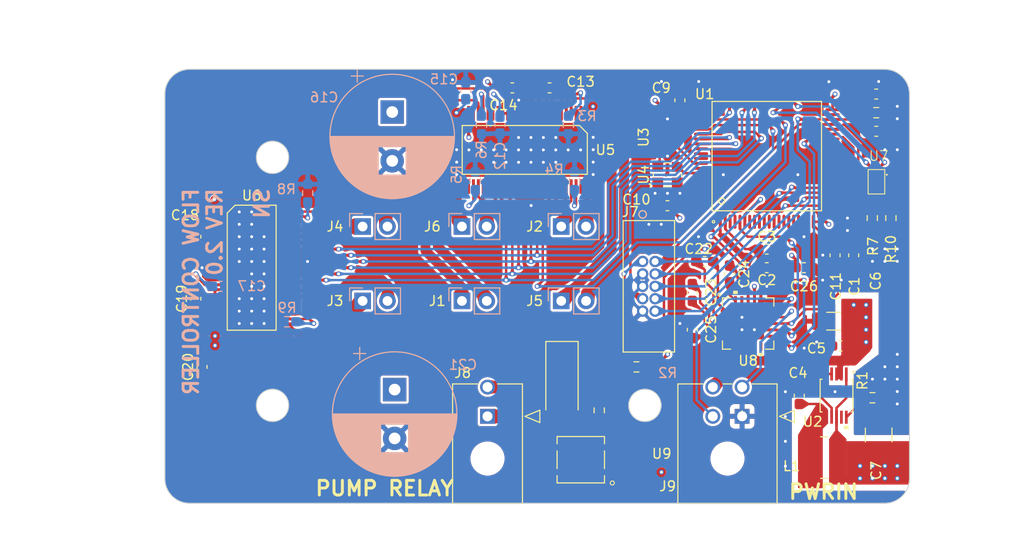
<source format=kicad_pcb>
(kicad_pcb (version 20221018) (generator pcbnew)
  (layers (0 "F.Cu" signal) (1 "In1.Cu" power) (2 "In2.Cu" power) (31 "B.Cu" signal) (34 "B.Paste" user) (35 "F.Paste" user) (36 "B.SilkS" user "B.Silkscreen") (37 "F.SilkS" user "F.Silkscreen") (38 "B.Mask" user) (39 "F.Mask" user) (44 "Edge.Cuts" user))
  (net 0 "")
  (net 1 "GND")
  (net 2 "+3V3")
  (net 3 "/MCU/P1.1_VREF+")
  (net 4 "Net-(U2-BOOST)")
  (net 5 "Net-(U2-SW)")
  (net 6 "+BATT")
  (net 7 "Net-(U5-CP2)")
  (net 8 "Net-(U5-CP1)")
  (net 9 "Net-(U5-VCP)")
  (net 10 "Net-(U6-CP2)")
  (net 11 "Net-(U6-CP1)")
  (net 12 "Net-(U6-VCP)")
  (net 13 "Net-(U8-C1+)")
  (net 14 "Net-(U8-C1-)")
  (net 15 "Net-(U8-C2+)")
  (net 16 "Net-(U8-C2-)")
  (net 17 "Net-(U8-V+)")
  (net 18 "Net-(U8-V-)")
  (net 19 "Net-(D1-A)")
  (net 20 "/Motor Driver 1/BO2")
  (net 21 "/Motor Driver 1/BO1")
  (net 22 "/Motor Driver 1/AO2")
  (net 23 "/Motor Driver 1/AO1")
  (net 24 "/Motor Driver 1/DO2")
  (net 25 "/Motor Driver 1/DO1")
  (net 26 "/Motor Driver 1/CO2")
  (net 27 "/Motor Driver 1/CO1")
  (net 28 "/Motor Driver 2/CO2")
  (net 29 "/Motor Driver 2/CO1")
  (net 30 "/Motor Driver 2/BO2")
  (net 31 "/Motor Driver 2/BO1")
  (net 32 "/MCU/JTAG_VCC")
  (net 33 "/MCU/TMS")
  (net 34 "/MCU/TCK")
  (net 35 "/MCU/TDO")
  (net 36 "/MCU/SBWTCK")
  (net 37 "/MCU/TDI")
  (net 38 "/MCU/RST")
  (net 39 "/RS232 Transceiver/R1IN")
  (net 40 "/RS232 Transceiver/T1OUT")
  (net 41 "Net-(R11-Pad2)")
  (net 42 "Net-(U2-RT)")
  (net 43 "Net-(U5-AISEN)")
  (net 44 "Net-(U5-BISEN)")
  (net 45 "Net-(U5-CISEN)")
  (net 46 "Net-(U5-DISEN)")
  (net 47 "Net-(R7-Pad1)")
  (net 48 "Net-(U6-BISEN)")
  (net 49 "Net-(U6-CISEN)")
  (net 50 "Net-(R10-Pad1)")
  (net 51 "/MCU/PUMP_RELAY")
  (net 54 "/MCU/R1OUT")
  (net 77 "/MCU/T1IN")
  (net 82 "Net-(U1-P8.2)")
  (net 83 "Net-(U1-P8.3)")
  (net 90 "/MCU/SDATA")
  (net 92 "/MCU/SCLK")
  (net 93 "/MCU/B_CS")
  (net 98 "/MCU/ONOFF")
  (net 100 "/MCU/A_CS")
  (net 101 "/MCU/SSTB")
  (net 102 "/MCU/nRESET")
  (net 103 "/MCU/nSLEEP")
  (net 107 "Net-(U1-P6.7_UCB3STE)")
  (net 108 "Net-(U1-PJ.6_HFXIN)")
  (net 113 "Net-(U4-VCC)")
  (net 143 "/Motor Driver 1/VREF1")
  (net 144 "/Motor Driver 2/VREF2")
  (footprint "asvco2-board:MEM2012F10R0" (layer "F.Cu") (at 102.216949 88.283051 180)
    (fp_text reference "U3")
    (fp_text value "MEM2012F10R0")
  )
  (footprint "Resistor_SMD:R_0603_1608Metric_Pad0.98x0.95mm_HandSolder" (layer "F.Cu") (at 125.076949 96.538051 -90)
    (fp_text reference "R10")
    (fp_text value "120")
  )
  (footprint "asvco2-board:MAX3224EETP+" (layer "F.Cu") (at 110.471949 107.333051)
    (fp_text reference "U8")
    (fp_text value "MAX3224EETP+")
  )
  (footprint "Capacitor_SMD:C_0603_1608Metric_Pad1.08x0.95mm_HandSolder" (layer "F.Cu") (at 112.376949 99.713051)
    (fp_text reference "C3")
    (fp_text value "0.1uF")
  )
  (footprint "Capacitor_SMD:C_0603_1608Metric_Pad1.08x0.95mm_HandSolder" (layer "F.Cu") (at 53.956949 98.443051 90)
    (fp_text reference "C18")
    (fp_text value "0.01uF")
  )
  (footprint "Capacitor_SMD:C_0603_1608Metric_Pad1.08x0.95mm_HandSolder" (layer "F.Cu") (at 104.756949 104.158051 -90)
    (fp_text reference "C23")
    (fp_text value "0.1uF")
  )
  (footprint "Resistor_SMD:R_0603_1608Metric_Pad0.98x0.95mm_HandSolder" (layer "F.Cu") (at 123.19 114.935)
    (fp_text reference "R1")
    (fp_text value "226k")
  )
  (footprint "Capacitor_SMD:C_1206_3216Metric_Pad1.33x1.80mm_HandSolder" (layer "F.Cu") (at 119.219744 107.093051 180)
    (fp_text reference "C6")
    (fp_text value "10uF")
  )
  (footprint "asvco2-board:HTSSOP48" (layer "F.Cu") (at 59.671949 101.618051 -90)
    (fp_text reference "U6")
    (fp_text value "DRV8823QDCARQ1")
  )
  (footprint "asvco2-board:AQY282S" (layer "F.Cu") (at 96.2787 122.555 180)
    (fp_text reference "U9")
    (fp_text value "AQY282S")
  )
  (footprint "Capacitor_SMD:C_0603_1608Metric_Pad1.08x0.95mm_HandSolder" (layer "F.Cu") (at 102.216949 95.268051)
    (fp_text reference "C10")
    (fp_text value "10uF")
  )
  (footprint "Capacitor_SMD:C_0603_1608Metric_Pad1.08x0.95mm_HandSolder" (layer "F.Cu") (at 104.756949 107.968051 90)
    (fp_text reference "C25")
    (fp_text value "0.1uF")
  )
  (footprint "asvco2-board:VLCF4028T-220MR72-2" (layer "F.Cu") (at 118.242244 121.063051 180)
    (fp_text reference "L1")
    (fp_text value "VLCF4028T-220MR72-2" hide)
  )
  (footprint "asvco2-board:LTST-C195KGJRKT" (layer "F.Cu") (at 124.021949 92.093051)
    (fp_text reference "U7")
    (fp_text value "LTST-C195KGJRKT")
  )
  (footprint "Capacitor_SMD:C_0603_1608Metric_Pad1.08x0.95mm_HandSolder" (layer "F.Cu") (at 116.186949 101.618051 180)
    (fp_text reference "C26")
    (fp_text value "0.1uF")
  )
  (footprint "asvco2-board:SG-210STF 7.3728ML" (layer "F.Cu") (at 102.216949 92.093051 90)
    (fp_text reference "U4")
    (fp_text value "SG-210STF 7.3728ML")
  )
  (footprint "asvco2-board:3220-10-0100-00" (layer "F.Cu") (at 99.676949 100.983051 -90)
    (fp_text reference "J7")
    (fp_text value "3220-10-0100-00")
  )
  (footprint "Resistor_SMD:R_0603_1608Metric_Pad0.98x0.95mm_HandSolder" (layer "F.Cu") (at 123.171949 96.538051 -90)
    (fp_text reference "R7")
    (fp_text value "120")
  )
  (footprint "Capacitor_SMD:C_0603_1608Metric_Pad1.08x0.95mm_HandSolder" (layer "F.Cu") (at 123.579449 83.838051 180)
    (fp_text reference "C8" hide)
    (fp_text value "10uF")
  )
  (footprint "Capacitor_SMD:C_0603_1608Metric_Pad1.08x0.95mm_HandSolder" (layer "F.Cu") (at 121.266949 100.348051 90)
    (fp_text reference "C1")
    (fp_text value "10uF")
  )
  (footprint "Capacitor_SMD:C_0603_1608Metric_Pad1.08x0.95mm_HandSolder" (layer "F.Cu") (at 103.486949 84.473051 -90)
    (fp_text reference "C9")
    (fp_text value "10uF")
  )
  (footprint "asvco2-board:430450202" (layer "F.Cu") (at 83.801949 116.84)
    (fp_text reference "J8")
    (fp_text value "PUMP")
  )
  (footprint "Capacitor_SMD:C_0603_1608Metric_Pad1.08x0.95mm_HandSolder" (layer "F.Cu") (at 112.376949 101.618051)
    (fp_text reference "C2")
    (fp_text value "0.1uF")
  )
  (footprint "Capacitor_SMD:C_0603_1608Metric_Pad1.08x0.95mm_HandSolder" (layer "F.Cu") (at 123.579449 87.648051)
    (fp_text reference "C27" hide)
    (fp_text value "10nF")
  )
  (footprint "Capacitor_SMD:C_0603_1608Metric_Pad1.08x0.95mm_HandSolder" (layer "F.Cu") (at 106.026949 100.983051 180)
    (fp_text reference "C22")
    (fp_text value "0.1uF")
  )
  (footprint "Capacitor_SMD:C_0603_1608Metric_Pad1.08x0.95mm_HandSolder" (layer "F.Cu") (at 119.361949 100.348051 90)
    (fp_text reference "C11")
    (fp_text value "47uF")
  )
  (footprint "Capacitor_SMD:C_1210_3225Metric_Pad1.33x2.70mm_HandSolder" (layer "F.Cu") (at 123.825 118.745 -90)
    (fp_text reference "C7")
    (fp_text value "47uF")
  )
  (footprint "Diode_SMD:D_SMA_Handsoldering" (layer "F.Cu") (at 91.421949 113.683051 -90)
    (fp_text reference "D1" hide)
    (fp_text value "S1B-F-2")
  )
  (footprint "Capacitor_SMD:C_0603_1608Metric_Pad1.08x0.95mm_HandSolder" (layer "F.Cu") (at 90.151949 83.203051)
    (fp_text reference "C13")
    (fp_text value "0.01uF")
  )
  (footprint "Capacitor_SMD:C_0603_1608Metric_Pad1.08x0.95mm_HandSolder" (layer "F.Cu") (at 54.591949 111.778051 90)
    (fp_text reference "C20")
    (fp_text value "0.1uF")
  )
  (footprint "Capacitor_SMD:C_0603_1608Metric_Pad1.08x0.95mm_HandSolder" (layer "F.Cu") (at 119.919744 109.633051)
    (fp_text reference "C5")
    (fp_text value "0.1uF")
  )
  (footprint "Resistor_SMD:R_0603_1608Metric_Pad0.98x0.95mm_HandSolder" (layer "F.Cu") (at 95.231949 116.223051 -90)
    (fp_text reference "R11" hide)
    (fp_text value "1k")
  )
  (footprint "Capacitor_SMD:C_0603_1608Metric_Pad1.08x0.95mm_HandSolder" (layer "F.Cu") (at 86.341949 83.203051)
    (fp_text reference "C14")
    (fp_text value "0.1uF")
  )
  (footprint "Resistor_SMD:R_0603_1608Metric_Pad0.98x0.95mm_HandSolder" (layer "F.Cu") (at 123.579449 85.743051 180)
    (fp_text reference "R12" hide)
    (fp_text value "47k")
  )
  (footprint "asvco2-board:HTSSOP48" (layer "F.Cu") (at 87.611949 89.553051 180)
    (fp_text reference "U5")
    (fp_text value "DRV8823QDCARQ1")
  )
  (footprint "asvco2-board:LT3970EMS-3.3-PBF" (layer "F.Cu") (at 119.512244 114.713051 -90)
    (fp_text reference "U2")
    (fp_text value "LT3970EMS-3.3-PBF")
  )
  (footprint "Capacitor_SMD:C_0603_1608Metric_Pad1.08x0.95mm_HandSolder" (layer "F.Cu") (at 53.956949 104.793051 90)
    (fp_text reference "C19")
    (fp_text value "0.1uF")
  )
  (footprint "asvco2-board:430450402" (layer "F.Cu") (at 109.855 116.84)
    (fp_text reference "J9")
    (fp_text value "430450402")
  )
  (footprint "asvco2-board:MSP430FR5994IPNR" (layer "F.Cu") (at 112.376949 90.188051 90)
    (fp_text reference "U1")
    (fp_text value "MSP430FR5994IPNR")
  )
  (footprint "Capacitor_SMD:C_0603_1608Metric_Pad1.08x0.95mm_HandSolder" (layer "F.Cu") (at 108.566949 102.253051 90)
    (fp_text reference "C24")
    (fp_text value "0.1uF")
  )
  (footprint "Capacitor_SMD:C_0603_1608Metric_Pad1.08x0.95mm_HandSolder" (layer "F.Cu") (at 115.702244 114.713051 -90)
    (fp_text reference "C4")
    (fp_text value "0.22uF")
  )
  (footprint "Resistor_SMD:R_0603_1608Metric_Pad0.98x0.95mm_HandSolder" (layer "F.Cu") (at 99.041949 111.778051 180)
    (fp_text reference "R2")
    (fp_text value "470R")
  )
  (footprint "Capacitor_SMD:C_0603_1608Metric_Pad1.08x0.95mm_HandSolder" (layer "B.Cu") (at 81.575 83.5 -90)
    (fp_text reference "C15")
    (fp_text value "0.1uF")
  )
  (footprint "Resistor_SMD:R_0603_1608Metric_Pad0.98x0.95mm_HandSolder" (layer "B.Cu") (at 92.075 86.995 -90)
    (fp_text reference "R3")
    (fp_text value "0.5")
  )
  (footprint "Resistor_SMD:R_0603_1608Metric_Pad0.98x0.95mm_HandSolder" (layer "B.Cu") (at 65.405 93.98 90)
    (fp_text reference "R8")
    (fp_text value "0.5")
  )
  (footprint "Resistor_SMD:R_0603_1608Metric_Pad0.98x0.95mm_HandSolder" (layer "B.Cu") (at 63.291857 107.15 180)
    (fp_text reference "R9")
    (fp_text value "0.5")
  )
  (footprint "Connector_PinHeader_2.54mm:PinHeader_1x02_P2.54mm_Vertical" (layer "B.Cu") (at 81.185749 105.021651 -90)
    (fp_text reference "J1")
    (fp_text value "VALVE 1")
  )
  (footprint "Capacitor_SMD:C_0603_1608Metric_Pad1.08x0.95mm_HandSolder" (layer "B.Cu") (at 85.071949 87.013051 90)
    (fp_text reference "C12")
    (fp_text value "0.47uF")
  )
  (footprint "Resistor_SMD:R_0603_1608Metric_Pad0.98x0.95mm_HandSolder" (layer "B.Cu") (at 92.71 92.71 90)
    (fp_text reference "R4")
    (fp_text value "0.5")
  )
  (footprint "Capacitor_THT:CP_Radial_D12.5mm_P5.00mm" (layer "B.Cu") (at 74.05 85.676041 -90)
    (fp_text reference "C16")
    (fp_text value "0.33mF")
  )
  (footprint "Connector_PinHeader_2.54mm:PinHeader_1x02_P2.54mm_Vertical" (layer "B.Cu") (at 91.345749 105.021651 -90)
    (fp_text reference "J5")
    (fp_text value "VALVE 5")
  )
  (footprint "Connector_PinHeader_2.54mm:PinHeader_1x02_P2.54mm_Vertical" (layer "B.Cu") (at 81.185749 97.401651 -90)
    (fp_text reference "J6")
    (fp_text value "VALVE 6")
  )
  (footprint "Connector_PinHeader_2.54mm:PinHeader_1x02_P2.54mm_Vertical" (layer "B.Cu") (at 71.025749 105.021651 -90)
    (fp_text reference "J3")
    (fp_text value "VALVE 3")
  )
  (footprint "Resistor_SMD:R_0603_1608Metric_Pad0.98x0.95mm_HandSolder" (layer "B.Cu") (at 83.185 86.995 -90)
    (fp_text reference "R6")
    (fp_text value "0.5")
  )
  (footprint "Connector_PinHeader_2.54mm:PinHeader_1x02_P2.54mm_Vertical" (layer "B.Cu") (at 91.345749 97.401651 -90)
    (fp_text reference "J2")
    (fp_text value "VALVE 2")
  )
  (footprint "Resistor_SMD:R_0603_1608Metric_Pad0.98x0.95mm_HandSolder" (layer "B.Cu") (at 82.55 92.71 90)
    (fp_text reference "R5")
    (fp_text value "0.5")
  )
  (footprint "Capacitor_THT:CP_Radial_D12.5mm_P5.00mm" (layer "B.Cu") (at 74.3 114.101041 -90)
    (fp_text reference "C21")
    (fp_text value "0.33mF")
  )
  (footprint "Capacitor_SMD:C_0603_1608Metric_Pad1.08x0.95mm_HandSolder" (layer "B.Cu") (at 56.496949 103.523051 180)
    (fp_text reference "C17")
    (fp_text value "0.47uF")
  )
  (footprint "Connector_PinHeader_2.54mm:PinHeader_1x02_P2.54mm_Vertical" (layer "B.Cu") (at 71.025749 97.401651 -90)
    (fp_text reference "J4")
    (fp_text value "VALVE 4")
  )
  (gr_line locked (start 50.781949 123.208051) (end 50.781949 83.838051) (stroke (width 0.1)) (layer "Edge.Cuts"))
  (gr_arc locked (start 50.781949 83.838051) (mid 51.525898 82.042) (end 53.321949 81.298051) (stroke (width 0.1)) (layer "Edge.Cuts"))
  (gr_circle locked (center 99.905549 115.715051) (end 101.556549 115.715051) (stroke (width 0.1)) (fill none) (layer "Edge.Cuts"))
  (gr_arc locked (start 124.441949 81.298051) (mid 126.238 82.042) (end 126.981949 83.838051) (stroke (width 0.1)) (layer "Edge.Cuts"))
  (gr_line locked (start 124.441949 125.748051) (end 53.321949 125.748051) (stroke (width 0.1)) (layer "Edge.Cuts"))
  (gr_circle locked (center 61.805549 90.315051) (end 63.456549 90.315051) (stroke (width 0.1)) (fill none) (layer "Edge.Cuts"))
  (gr_arc locked (start 126.981949 123.208051) (mid 126.238 125.004102) (end 124.441949 125.748051) (stroke (width 0.1)) (layer "Edge.Cuts"))
  (gr_circle locked (center 61.805549 115.715051) (end 63.456549 115.715051) (stroke (width 0.1)) (fill none) (layer "Edge.Cuts"))
  (gr_arc locked (start 53.321949 125.748051) (mid 51.525898 125.004102) (end 50.781949 123.208051) (stroke (width 0.1)) (layer "Edge.Cuts"))
  (gr_line locked (start 126.981949 83.838051) (end 126.981949 123.208051) (stroke (width 0.1)) (layer "Edge.Cuts"))
  (gr_line locked (start 53.321949 81.298051) (end 124.441949 81.298051) (stroke (width 0.1)) (layer "Edge.Cuts"))
  (gr_text "FLOW CONTROLLER\nREV 2.0\n\nSN" (at 61.595 93.345 90) (layer "B.SilkS") (effects (font (size 1.5 1.5) (thickness 0.3) bold) (justify left bottom mirror)))
  (gr_text "PUMP RELAY" (at 66.04 125.095) (layer "F.SilkS") (effects (font (size 1.5 1.5) (thickness 0.3) bold) (justify left bottom)))
  (gr_text "PWRIN\n" (at 114.482244 125.448051) (layer "F.SilkS") (effects (font (size 1.5 1.5) (thickness 0.3) bold) (justify left bottom)))
  (segment (start 105.651948 92.938051) (end 107.086949 92.938051) (width 0.25) (layer "F.Cu") (net 1))
  (segment (start 102.216949 88.905351) (end 102.216949 90.188051) (width 0.25) (layer "F.Cu") (net 1))
  (segment (start 117.049449 101.845551) (end 118.091949 102.888051) (width 0.25) (layer "F.Cu") (net 1))
  (segment (start 109.836949 102.660551) (end 109.836949 103.523051) (width 0.25) (layer "F.Cu") (net 1))
  (segment (start 119.10195 85.938052) (end 118.12695 85.938052) (width 0.25) (layer "F.Cu") (net 1))
  (segment (start 119.361949 101.210551) (end 119.361949 102.253051) (width 0.25) (layer "F.Cu") (net 1))
  (segment (start 119.361949 102.253051) (end 119.996949 102.888051) (width 0.25) (layer "F.Cu") (net 1))
  (segment (start 104.756949 107.105551) (end 103.714449 107.105551) (width 0.25) (layer "F.Cu") (net 1))
  (segment (start 103.714449 107.105551) (end 103.486949 107.333051) (width 0.25) (layer "F.Cu") (net 1))
  (segment (start 107.626948 96.913052) (end 106.921948 96.913052) (width 0.25) (layer "F.Cu") (net 1))
  (segment (start 116.626948 96.913052) (end 116.626948 98.003052) (width 0.25) (layer "F.Cu") (net 1))
  (segment (start 110.471949 107.333051) (end 111.771949 106.033051) (width 0.25) (layer "F.Cu") (net 1))
  (segment (start 108.566949 101.390551) (end 109.836949 102.660551) (width 0.25) (layer "F.Cu") (net 1))
  (segment (start 105.651948 91.438051) (end 107.276949 91.438051) (width 0.25) (layer "F.Cu") (net 1))
  (segment (start 118.12695 85.938052) (end 118.05195 85.863052) (width 0.25) (layer "F.Cu") (net 1))
  (segment (start 119.011864 112.496901) (end 118.511484 112.496901) (width 0.25) (layer "F.Cu") (net 1))
  (segment (start 107.276949 91.438051) (end 107.931949 92.093051) (width 0.25) (layer "F.Cu") (net 1))
  (segment (start 111.771949 106.033051) (end 111.771949 105.008951) (width 0.25) (layer "F.Cu") (net 1))
  (segment (start 117.049449 101.618051) (end 117.049449 101.845551) (width 0.25) (layer "F.Cu") (net 1))
  (segment (start 118.05195 83.24305) (end 118.726949 82.568051) (width 0.25) (layer "F.Cu") (net 1))
  (segment (start 111.771949 105.008951) (end 111.771949 104.128051) (width 0.25) (layer "F.Cu") (net 1))
  (segment (start 111.771949 104.128051) (end 112.376949 103.523051) (width 0.25) (layer "F.Cu") (net 1))
  (segment (start 118.05195 85.863052) (end 118.05195 83.24305) (width 0.25) (layer "F.Cu") (net 1))
  (segment (start 116.626948 98.003052) (end 116.186949 98.443051) (width 0.25) (layer "F.Cu") (net 1))
  (segment (start 107.086949 92.938051) (end 107.931949 92.093051) (width 0.25) (layer "F.Cu") (net 1))
  (segment (start 121.266949 101.210551) (end 119.361949 101.210551) (width 0.25) (layer "F.Cu") (net 1))
  (segment (start 102.216949 87.660751) (end 102.216949 87.455251) (width 0.25) (layer "F.Cu") (net 1))
  (segment (start 105.651948 94.438053) (end 103.926951 94.438053) (width 0.25) (layer "F.Cu") (net 1))
  (segment (start 106.921948 96.913052) (end 105.391949 98.443051) (width 0.25) (layer "F.Cu") (net 1))
  (via (at 123.19 100.965) (size 0.5) (drill 0.3) (layers "F.Cu" "B.Cu") (net 1))
  (via (at 107.931949 92.093051) (size 0.5) (drill 0.3) (layers "F.Cu" "B.Cu") (net 1))
  (via (at 125.73 114.3) (size 0.5) (drill 0.3) (layers "F.Cu" "B.Cu") (net 1))
  (via (at 58.401949 99.713051) (size 0.5) (drill 0.3) (layers "F.Cu" "B.Cu") (net 1))
  (via (at 115.551949 92.093051) (size 0.5) (drill 0.3) (layers "F.Cu" "B.Cu") (net 1))
  (via (at 114.281949 116.858051) (size 0.5) (drill 0.3) (layers "F.Cu" "B.Cu") (net 1))
  (via (at 84.436949 89.553051) (size 0.5) (drill 0.3) (layers "F.Cu" "B.Cu") (net 1))
  (via (at 80.645 90.805) (size 0.5) (drill 0.3) (layers "F.Cu" "B.Cu") (net 1))
  (via (at 123.19 113.03) (size 0.5) (drill 0.3) (layers "F.Cu" "B.Cu") (net 1))
  (via (at 60.941949 98.443051) (size 0.5) (drill 0.3) (layers "F.Cu" "B.Cu") (net 1))
  (via (at 58.401949 98.443051) (size 0.5) (drill 0.3) (layers "F.Cu" "B.Cu") (net 1))
  (via (at 59.671949 103.523051) (size 0.5) (drill 0.3) (layers "F.Cu" "B.Cu") (net 1))
  (via (at 109.836949 106.698051) (size 0.5) (drill 0.3) (layers "F.Cu" "B.Cu") (net 1))
  (via (at 58.401949 104.793051) (size 0.5) (drill 0.3) (layers "F.Cu" "B.Cu") (net 1))
  (via (at 85.706949 89.553051) (size 0.5) (drill 0.3) (layers "F.Cu" "B.Cu") (net 1))
  (via (at 88.265 95.25) (size 0.5) (drill 0.3) (layers "F.Cu" "B.Cu") (net 1))
  (via (at 125.73 99.695) (size 0.5) (drill 0.3) (layers "F.Cu" "B.Cu") (net 1))
  (via (at 86.995 84.455) (size 0.5) (drill 0.3) (layers "F.Cu" "B.Cu") (net 1))
  (via (at 58.401949 97.173051) (size 0.5) (drill 0.3) (layers "F.Cu" "B.Cu") (net 1))
  (via (at 125.73 113.03) (size 0.5) (drill 0.3) (layers "F.Cu" "B.Cu") (net 1))
  (via (at 118.091949 102.888051) (size 0.5) (drill 0.3) (layers "F.Cu" "B.Cu") (net 1))
  (via (at 118.11 100.33) (size 0.5) (drill 0.3) (layers "F.Cu" "B.Cu") (net 1))
  (via (at 120.631949 97.808051) (size 0.5) (drill 0.3) (layers "F.Cu" "B.Cu") (net 1))
  (via (at 90.786949 88.283051) (size 0.5) (drill 0.3) (layers "F.Cu" "B.Cu") (net 1))
  (via (at 80.225 82.375) (size 0.5) (drill 0.3) (layers "F.Cu" "B.Cu") (net 1))
  (via (at 125.73 111.76) (size 0.5) (drill 0.3) (layers "F.Cu" "B.Cu") (net 1))
  (via (at 105.41 82.55) (size 0.5) (drill 0.3) (layers "F.Cu" "B.Cu") (net 1))
  (via (at 59.671949 95.903051) (size 0.5) (drill 0.3) (layers "F.Cu" "B.Cu") (net 1))
  (via (at 114.281949 119.398051) (size 0.5) (drill 0.3) (layers "F.Cu" "B.Cu") (net 1))
  (via (at 94.615 88.265) (size 0.5) (drill 0.3) (layers "F.Cu" "B.Cu") (net 1))
  (via (at 60.941949 100.983051) (size 0.5) (drill 0.3) (layers "F.Cu" "B.Cu") (net 1))
  (via (at 123.825 82.55) (size 0.5) (drill 0.3) (layers "F.Cu" "B.Cu") (net 1))
  (via (at 105.391949 98.443051) (size 0.5) (drill 0.3) (layers "F.Cu" "B.Cu") (net 1))
  (via (at 89.516949 89.553051) (size 0.5) (drill 0.3) (layers "F.Cu" "B.Cu") (net 1))
  (via (at 59.671949 107.333051) (size 0.5) (drill 0.3) (layers "F.Cu" "B.Cu") (net 1))
  (via (at 89.516949 88.283051) (size 0.5) (drill 0.3) (layers "F.Cu" "B.Cu") (net 1))
  (via (at 102.216949 86.378051) (size 0.5) (drill 0.3) (layers "F.Cu" "B.Cu") (net 1))
  (via (at 60.941949 106.063051) (size 0.5) (drill 0.3) (layers "F.Cu" "B.Cu") (net 1))
  (via (at 111.106949 107.968051) (size 0.5) (drill 0.3) (layers "F.Cu" "B.Cu") (net 1))
  (via (at 103.486949 107.333051) (size 0.5) (drill 0.3) (layers "F.Cu" "B.Cu") (net 1))
  (via (at 100.311949 97.173051) (size 0.5) (drill 0.3) (layers "F.Cu" "B.Cu") (net 1))
  (via (at 59.671949 106.063051) (size 0.5) (drill 0.3) (layers "F.Cu" "B.Cu") (net 1))
  (via (at 116.205 109.855) (size 0.5) (drill 0.3) (layers "F.Cu" "B.Cu") (net 1))
  (via (at 60.941949 104.793051) (size 0.5) (drill 0.3) (layers "F.Cu" "B.Cu") (net 1))
  (via (at 59.671949 104.793051) (size 0.5) (drill 0.3) (layers "F.Cu" "B.Cu") (net 1))
  (via (at 125.73 110.49) (size 0.5) (drill 0.3) (layers "F.Cu" "B.Cu") (net 1))
  (via (at 94.615 89.535) (size 0.5) (drill 0.3) (layers "F.Cu" "B.Cu") (net 1))
  (via (at 101.581949 97.173051) (size 0.5) (drill 0.3) (layers "F.Cu" "B.Cu") (net 1))
  (via (at 94.615 92.075) (size 0.5) (drill 0.3) (layers "F.Cu" "B.Cu") (net 1))
  (via (at 83.166949 89.553051) (size 0.5) (drill 0.3) (layers "F.Cu" "B.Cu") (net 1))
  (via (at 60.941949 99.713051) (size 0.5) (drill 0.3) (layers "F.Cu" "B.Cu") (net 1))
  (via (at 86.976949 89.553051) (size 0.5) (drill 0.3) (layers "F.Cu" "B.Cu") (net 1))
  (via (at 60.941949 102.253051) (size 0.5) (drill 0.3) (layers "F.Cu" "B.Cu") (net 1))
  (via (at 119.361949 114.318051) (size 0.5) (drill 0.3) (layers "F.Cu" "B.Cu") (net 1))
  (via (at 58.401949 95.903051) (size 0.5) (drill 0.3) (layers "F.Cu" "B.Cu") (net 1))
  (via (at 124.46 99.695) (size 0.5) (drill 0.3) (layers "F.Cu" "B.Cu") (net 1))
  (via (at 109.836949 107.968051) (size 0.5) (drill 0.3) (layers "F.Cu" "B.Cu") (net 1))
  (via (at 54.591949 101.618051) (size 0.5) (drill 0.3) (layers "F.Cu" "B.Cu") (net 1))
  (via (at 59.671949 98.443051) (size 0.5) (drill 0.3) (layers "F.Cu" "B.Cu") (net 1))
  (via (at 80.645 89.535) (size 0.5) (drill 0.3) (layers "F.Cu" "B.Cu") (net 1))
  (via (at 93.326949 89.553051) (size 0.5) (drill 0.3) (layers "F.Cu" "B.Cu") (net 1))
  (via (at 85.706949 90.823051) (size 0.5) (drill 0.3) (layers "F.Cu" "B.Cu") (net 1))
  (via (at 86.976949 90.823051) (size 0.5) (drill 0.3) (layers "F.Cu" "B.Cu") (net 1))
  (via (at 100.946949 93.998051) (size 0.5) (drill 0.3) (layers "F.Cu" "B.Cu") (net 1))
  (via (at 125.73 89.535) (size 0.5) (drill 0.3) (layers "F.Cu" "B.Cu") (net 1))
  (via (at 103.486949 93.998051) (size 0.5) (drill 0.3) (layers "F.Cu" "B.Cu") (net 1))
  (via (at 88.246949 90.823051) (size 0.5) (drill 0.3) (layers "F.Cu" "B.Cu") (net 1))
  (via (at 58.401949 106.063051) (size 0.5) (drill 0.3) (layers "F.Cu" "B.Cu") (net 1))
  (via (at 86.976949 88.283051) (size 0.5) (drill 0.3) (layers "F.Cu" "B.Cu") (net 1))
  (via (at 88.246949 88.283051) (size 0.5) (drill 0.3) (layers "F.Cu" "B.Cu") (net 1))
  (via (at 81.896949 89.553051) (size 0.5) (drill 0.3) (layers "F.Cu" "B.Cu") (net 1))
  (via (at 58.401949 100.983051) (size 0.5) (drill 0.3) (layers "F.Cu" "B.Cu") (net 1))
  (via (at 120.631949 96.538051) (size 0.5) (drill 0.3) (layers "F.Cu" "B.Cu") (net 1))
  (via (at 114.281949 114.318051) (size 0.5) (drill 0.3) (layers "F.Cu" "B.Cu") (net 1))
  (via (at 60.941949 103.523051) (size 0.5) (drill 0.3) (layers "F.Cu" "B.Cu") (net 1))
  (via (at 125.73 86.36) (size 0.5) (drill 0.3) (layers "F.Cu" "B.Cu") (net 1))
  (via (at 114.281949 121.938051) (size 0.5) (drill 0.3) (layers "F.Cu" "B.Cu") (net 1))
  (via (at 59.671949 100.983051) (size 0.5) (drill 0.3) (layers "F.Cu" "B.Cu") (net 1))
  (via (at 125.73 100.965) (size 0.5) (drill 0.3) (layers "F.Cu" "B.Cu") (net 1))
  (via (at 124.46 89.535) (size 0.5) (drill 0.3) (layers "F.Cu" "B.Cu") (net 1))
  (via (at 90.786949 89.553051) (size 0.5) (drill 0.3) (layers "F.Cu" "B.Cu") (net 1))
  (via (at 94.615 90.805) (size 0.5) (drill 0.3) (layers "F.Cu" "B.Cu") (net 1))
  (via (at 102.216949 93.998051) (size 0.5) (drill 0.3) (layers "F.Cu" "B.Cu") (net 1))
  (via (at 92.056949 89.553051) (size 0.5) (drill 0.3) (layers "F.Cu" "B.Cu") (net 1))
  (via (at 109.836949 103.523051) (size 0.5) (drill 0.3) (layers "F.Cu" "B.Cu") (net 1))
  (via (at 124.46 113.03) (size 0.5) (drill 0.3) (layers "F.Cu" "B.Cu") (net 1))
  (via (at 116.186949 98.443051) (size 0.5) (drill 0.3) (layers "F.Cu" "B.Cu") (net 1))
  (via (at 101.6 82.55) (size 0.5) (drill 0.3) (layers "F.Cu" "B.Cu") (net 1))
  (via (at 112.376949 103.523051) (size 0.5) (drill 0.3) (layers "F.Cu" "B.Cu") (net 1))
  (via (at 65.386949 100.983051) (size 0.5) (drill 0.3) (layers "F.Cu" "B.Cu") (net 1))
  (via (at 102.216949 90.188051) (size 0.5) (drill 0.3) (layers "F.Cu" "B.Cu") (net 1))
  (via (at 124.46 111.76) (size 0.5) (drill 0.3) (layers "F.Cu" "B.Cu") (net 1))
  (via (at 59.671949 102.253051) (size 0.5) (drill 0.3) (layers "F.Cu" "B.Cu") (net 1))
  (via (at 88.246949 89.553051) (size 0.5) (drill 0.3) (layers "F.Cu" "B.Cu") (net 1))
  (via (at 123.19 99.695) (size 0.5) (drill 0.3) (layers "F.Cu" "B.Cu") (net 1))
  (via (at 119.996949 102.888051) (size 0.5) (drill 0.3) (layers "F.Cu" "B.Cu") (net 1))
  (via (at 124.46 100.965) (size 0.5) (drill 0.3) (layers "F.Cu" "B.Cu") (net 1))
  (via (at 60.941949 107.333051) (size 0.5) (drill 0.3) (layers "F.Cu" "B.Cu") (net 1))
  (via (at 89.516949 90.823051) (size 0.5) (drill 0.3) (layers "F.Cu" "B.Cu") (net 1))
  (via (at 118.726949 82.568051) (size 0.5) (drill 0.3) (layers "F.Cu" "B.Cu") (net 1))
  (via (at 59.671949 97.173051) (size 0.5) (drill 0.3) (layers "F.Cu" "B.Cu") (net 1))
  (via (at 80.645 92.075) (size 0.5) (drill 0.3) (layers "F.Cu" "B.Cu") (net 1))
  (via (at 84.436949 90.823051) (size 0.5) (drill 0.3) (layers "F.Cu" "B.Cu") (net 1))
  (via (at 125.73 115.57) (size 0.5) (drill 0.3) (layers "F.Cu" "B.Cu") (net 1))
  (via (at 90.786949 90.823051) (size 0.5) (drill 0.3) (layers "F.Cu" "B.Cu") (net 1))
  (via (at 59.671949 99.713051) (size 0.5) (drill 0.3) (layers "F.Cu" "B.Cu") (net 1))
  (via (at 125.73 85.09) (size 0.5) (drill 0.3) (layers "F.Cu" "B.Cu") (net 1))
  (via (at 58.401949 107.333051) (size 0.5) (drill 0.3) (layers "F.Cu" "B.Cu") (net 1))
  (via (at 117.475 109.22) (size 0.5) (drill 0.3) (layers "F.Cu" "B.Cu") (net 1))
  (segment (start 80.4875 82.6375) (end 80.225 82.375) (width 0.25) (layer "B.Cu") (net 1))
  (segment (start 81.575 82.6375) (end 80.4875 82.6375) (width 0.25) (layer "B.Cu") (net 1))
  (segment (start 115.324449 100.755551) (end 114.916949 100.348051) (width 0.25) (layer "F.Cu") (net 2))
  (segment (start 111.121948 105.008951) (end 111.121948 103.53805) (width 0.25) (layer "F.Cu") (net 2))
  (segment (start 103.079449 96.130551) (end 103.079449 95.268051) (width 0.25) (layer "F.Cu") (net 2))
  (segment (start 124.491949 85.613051) (end 122.716949 83.838051) (width 0.25) (layer "F.Cu") (net 2))
  (segment (start 118.46695 96.913052) (end 118.726949 97.173051) (width 0.25) (layer "F.Cu") (net 2))
  (segment (start 117.12695 97.250552) (end 117.12695 96.913052) (width 0.25) (layer "F.Cu") (net 2))
  (segment (start 117.12695 96.913052) (end 118.46695 96.913052) (width 0.25) (layer "F.Cu") (net 2))
  (segment (start 100.946949 111.778051) (end 99.954449 111.778051) (width 0.25) (layer "F.Cu") (net 2))
  (segment (start 119.692244 121.063051) (end 119.512244 120.883051) (width 0.25) (layer "F.Cu") (net 2))
  (segment (start 101.809449 85.335551) (end 103.486949 85.335551) (width 0.25) (layer "F.Cu") (net 2))
  (segment (start 103.486949 85.335551) (end 105.549449 85.335551) (width 0.25) (layer "F.Cu") (net 2))
  (segment (start 120.513004 114.972371) (end 119.512244 115.973131) (width 0.25) (layer "F.Cu") (net 2))
  (segment (start 124.491949 85.743051) (end 124.491949 85.613051) (width 0.25) (layer "F.Cu") (net 2))
  (segment (start 96.2787 122.555) (end 97.133699 123.409999) (width 1) (layer "F.Cu") (net 2))
  (segment (start 115.324449 101.618051) (end 115.324449 100.755551) (width 0.25) (layer "F.Cu") (net 2))
  (segment (start 122.716949 83.838051) (end 121.11695 85.43805) (width 0.25) (layer "F.Cu") (net 2))
  (segment (start 121.11695 85.43805) (end 119.10195 85.43805) (width 0.25) (layer "F.Cu") (net 2))
  (segment (start 103.486949 96.538051) (end 103.079449 96.130551) (width 0.25) (layer "F.Cu") (net 2))
  (segment (start 100.946949 84.473051) (end 101.809449 85.335551) (width 0.25) (layer "F.Cu") (net 2))
  (segment (start 119.361949 99.485551) (end 117.12695 97.250552) (width 0.25) (layer "F.Cu") (net 2))
  (segment (start 97.133699 123.409999) (end 100.745001 123.409999) (width 1) (layer "F.Cu") (net 2))
  (segment (start 119.512244 115.973131) (end 119.512244 116.929201) (width 0.25) (layer "F.Cu") (net 2))
  (segment (start 100.745001 123.409999) (end 101.6 122.555) (width 1) (layer "F.Cu") (net 2))
  (segment (start 100.946949 111.778051) (end 102.235 110.49) (width 0.25) (layer "F.Cu") (net 2))
  (segment (start 103.079449 95.268051) (end 103.409448 94.938052) (width 0.25) (layer "F.Cu") (net 2))
  (segment (start 119.512244 120.883051) (end 119.512244 116.929201) (width 0.25) (layer "F.Cu") (net 2))
  (segment (start 111.121948 103.53805) (end 111.106949 103.523051) (width 0.25) (layer "F.Cu") (net 2))
  (segment (start 121.266949 99.485551) (end 119.361949 99.485551) (width 0.25) (layer "F.Cu") (net 2))
  (segment (start 119.10195 84.09805) (end 119.361949 83.838051) (width 0.25) (layer "F.Cu") (net 2))
  (segment (start 119.10195 85.43805) (end 119.10195 84.09805) (width 0.25) (layer "F.Cu") (net 2))
  (segment (start 120.513004 112.496901) (end 120.513004 114.972371) (width 0.25) (layer "F.Cu") (net 2))
  (segment (start 105.549449 85.335551) (end 105.651948 85.43805) (width 0.25) (layer "F.Cu") (net 2))
  (segment (start 103.409448 94.938052) (end 105.651948 94.938052) (width 0.25) (layer "F.Cu") (net 2))
  (via (at 111.106949 103.523051) (size 0.5) (drill 0.3) (layers "F.Cu" "B.Cu") (net 2))
  (via (at 119.361949 83.838051) (size 0.5) (drill 0.3) (layers "F.Cu" "B.Cu") (net 2))
  (via (at 118.726949 97.173051) (size 0.5) (drill 0.3) (layers "F.Cu" "B.Cu") (net 2))
  (via (at 100.946949 84.473051) (size 0.5) (drill 0.3) (layers "F.Cu" "B.Cu") (net 2))
  (via (at 121.92 123.19) (size 0.5) (drill 0.3) (layers "F.Cu" "B.Cu") (net 2))
  (via (at 124.46 121.92) (size 0.5) (drill 0.3) (layers "F.Cu" "B.Cu") (net 2))
  (via (at 121.92 121.92) (size 0.5) (drill 0.3) (layers "F.Cu" "B.Cu") (net 2))
  (via (at 123.19 123.19) (size 0.5) (drill 0.3) (layers "F.Cu" "B.Cu") (net 2))
  (via (at 102.235 110.49) (size 0.5) (drill 0.3) (layers "F.Cu" "B.Cu") (net 2))
  (via (at 123.19 121.92) (size 0.5) (drill 0.3) (layers "F.Cu" "B.Cu") (net 2))
  (via (at 114.916949 100.348051) (size 0.5) (drill 0.3) (layers "F.Cu" "B.Cu") (net 2))
  (via (at 125.73 123.19) (size 0.5) (drill 0.3) (layers "F.Cu" "B.Cu") (net 2))
  (via (at 124.46 123.19) (size 0.5) (drill 0.3) (layers "F.Cu" "B.Cu") (net 2))
  (via (at 103.486949 96.538051) (size 0.5) (drill 0.3) (layers "F.Cu" "B.Cu") (net 2))
  (via (at 125.73 121.92) (size 0.5) (drill 0.3) (layers "F.Cu" "B.Cu") (net 2))
  (via (at 101.6 122.555) (size 0.5) (drill 0.3) (layers "F.Cu" "B.Cu") (net 2))
  (segment (start 108.126947 96.913052) (end 108.126947 97.659801) (width 0.25) (layer "F.Cu") (net 3))
  (segment (start 110.180197 99.713051) (end 111.514449 99.713051) (width 0.25) (layer "F.Cu") (net 3))
  (segment (start 111.514449 101.618051) (end 111.514449 99.713051) (width 0.25) (layer "F.Cu") (net 3))
  (segment (start 108.126947 97.659801) (end 110.180197 99.713051) (width 0.25) (layer "F.Cu") (net 3))
  (segment (start 119.011864 115.973131) (end 119.011864 116.929201) (width 0.25) (layer "F.Cu") (net 4))
  (segment (start 116.889284 113.850551) (end 119.011864 115.973131) (width 0.25) (layer "F.Cu") (net 4))
  (segment (start 115.702244 113.850551) (end 116.889284 113.850551) (width 0.25) (layer "F.Cu") (net 4))
  (segment (start 116.792244 121.063051) (end 116.792244 119.973051) (width 0.25) (layer "F.Cu") (net 5))
  (segment (start 115.702244 115.575551) (end 117.834744 115.575551) (width 0.25) (layer "F.Cu") (net 5))
  (segment (start 117.834744 115.575551) (end 118.511484 116.252291) (width 0.25) (layer "F.Cu") (net 5))
  (segment (start 118.511484 116.252291) (end 118.511484 116.929201) (width 0.25) (layer "F.Cu") (net 5))
  (segment (start 92.861949 85.803051) (end 93.361949 85.803051) (width 0.25) (layer "F.Cu") (net 6))
  (segment (start 53.956949 105.953051) (end 54.871949 106.868051) (width 0.25) (layer "F.Cu") (net 6))
  (segment (start 55.921949 94.693051) (end 55.861949 94.633051) (width 0.25) (layer "F.Cu") (net 6))
  (segment (start 88.764999 113.840001) (end 91.421949 111.183051) (width 1) (layer "F.Cu") (net 6))
  (segment (start 81.861949 85.803051) (end 81.861949 88.248051) (width 0.25) (layer "F.Cu") (net 6))
  (segment (start 93.361949 85.803051) (end 93.901949 85.803051) (width 1) (layer "F.Cu") (net 6))
  (segment (start 55.921949 107.368051) (end 55.921949 109.585551) (width 1) (layer "F.Cu") (net 6))
  (segment (start 55.921949 96.368051) (end 55.921949 95.868051) (width 0.25) (layer "F.Cu") (net 6))
  (segment (start 93.901949 85.803051) (end 94.596949 85.108051) (width 1) (layer "F.Cu") (net 6))
  (segment (start 109.564851 111.130151) (end 121.279849 111.130151) (width 1) (layer "F.Cu") (net 6))
  (segment (start 54.871949 106.868051) (end 55.921949 106.868051) (width 0.25) (layer "F.Cu") (net 6))
  (segment (start 82.361949 85.803051) (end 81.861949 85.803051) (width 0.25) (layer "F.Cu") (net 6))
  (segment (start 81.861949 88.248051) (end 81.896949 88.283051) (width 0.25) (layer "F.Cu") (net 6))
  (segment (start 55.921949 109.585551) (end 54.591949 110.915551) (width 1) (layer "F.Cu") (net 6))
  (segment (start 85.479449 83.203051) (end 84.436949 83.203051) (width 0.25) (layer "F.Cu") (net 6))
  (segment (start 81.861949 85.803051) (end 81.321949 85.803051) (width 1) (layer "F.Cu") (net 6))
  (segment (start 106.855001 113.840001) (end 109.564851 111.130151) (width 1) (layer "F.Cu") (net 6))
  (segment (start 84.436949 83.203051) (end 83.801949 82.568051) (width 0.25) (layer "F.Cu") (net 6))
  (segment (start 53.956949 105.655551) (end 53.956949 105.953051) (width 0.25) (layer "F.Cu") (net 6))
  (segment (start 121.279849 111.130151) (end 122.536949 109.873051) (width 1) (layer "F.Cu") (net 6))
  (segment (start 83.801949 113.840001) (end 88.764999 113.840001) (width 1) (layer "F.Cu") (net 6))
  (segment (start 122.536949 109.873051) (end 122.536949 109.238051) (width 1) (layer "F.Cu") (net 6))
  (segment (start 55.921949 95.868051) (end 55.921949 94.693051) (width 1) (layer "F.Cu") (net 6))
  (segment (start 81.321949 85.803051) (end 81.261949 85.743051) (width 1) (layer "F.Cu") (net 6))
  (segment (start 55.921949 106.868051) (end 55.921949 107.368051) (width 0.25) (layer "F.Cu") (net 6))
  (segment (start 81.261949 85.743051) (end 80.626949 85.743051) (width 1) (layer "F.Cu") (net 6))
  (via (at 81.896949 88.283051) (size 0.5) (drill 0.3) (layers "F.Cu" "B.Cu") (net 6))
  (via (at 94.596949 85.108051) (size 0.5) (drill 0.3) (layers "F.Cu" "B.Cu") (net 6))
  (via (at 122.536949 109.238051) (size 0.5) (drill 0.3) (layers "F.Cu" "B.Cu") (net 6))
  (via (at 55.861949 94.633051) (size 0.5) (drill 0.3) (layers "F.Cu" "B.Cu") (net 6))
  (via (at 122.536949 106.698051) (size 0.5) (drill 0.3) (layers "F.Cu" "B.Cu") (net 6))
  (via (at 122.536949 105.428051) (size 0.5) (drill 0.3) (layers "F.Cu" "B.Cu") (net 6))
  (via (at 55.921949 109.585551) (size 0.5) (drill 0.3) (layers "F.Cu" "B.Cu") (net 6))
  (via (at 80.626949 85.743051) (size 0.5) (drill 0.3) (layers "F.Cu" "B.Cu") (net 6))
  (via (at 122.536949 107.968051) (size 0.5) (drill 0.3) (layers "F.Cu" "B.Cu") (net 6))
  (via (at 55.921949 108.603051) (size 0.5) (drill 0.3) (layers "F.Cu" "B.Cu") (net 6))
  (via (at 121.266949 105.428051) (size 0.5) (drill 0.3) (layers "F.Cu" "B.Cu") (net 6))
  (via (at 83.801949 82.568051) (size 0.5) (drill 0.3) (layers "F.Cu" "B.Cu") (net 6))
  (segment (start 81.575 84.795) (end 80.626949 85.743051) (width 0.25) (layer "B.Cu") (net 6))
  (segment (start 81.575 84.3625) (end 81.575 84.795) (width 0.25) (layer "B.Cu") (net 6))
  (segment (start 89.289449 83.203051) (end 89.861949 83.775551) (width 0.25) (layer "F.Cu") (net 7))
  (segment (start 89.861949 83.775551) (end 89.861949 85.803051) (width 0.25) (layer "F.Cu") (net 7))
  (segment (start 90.361949 83.855551) (end 91.014449 83.203051) (width 0.25) (layer "F.Cu") (net 8))
  (segment (start 90.361949 85.803051) (end 90.361949 83.855551) (width 0.25) (layer "F.Cu") (net 8))
  (segment (start 87.811949 83.203051) (end 89.361949 84.753051) (width 0.25) (layer "F.Cu") (net 9))
  (segment (start 89.361949 84.753051) (end 89.361949 85.803051) (width 0.25) (layer "F.Cu") (net 9))
  (segment (start 87.204449 83.203051) (end 87.811949 83.203051) (width 0.25) (layer "F.Cu") (net 9))
  (segment (start 53.956949 99.305551) (end 54.019449 99.368051) (width 0.25) (layer "F.Cu") (net 10))
  (segment (start 54.019449 99.368051) (end 55.921949 99.368051) (width 0.25) (layer "F.Cu") (net 10))
  (segment (start 54.852444 98.868051) (end 53.956949 97.972556) (width 0.25) (layer "F.Cu") (net 11))
  (segment (start 55.921949 98.868051) (end 54.852444 98.868051) (width 0.25) (layer "F.Cu") (net 11))
  (segment (start 53.956949 97.972556) (end 53.956949 97.580551) (width 0.25) (layer "F.Cu") (net 11))
  (segment (start 53.956949 103.930551) (end 53.231949 103.205551) (width 0.25) (layer "F.Cu") (net 12))
  (segment (start 53.231949 103.205551) (end 53.231949 101.508051) (width 0.25) (layer "F.Cu") (net 12))
  (segment (start 54.871949 99.868051) (end 55.921949 99.868051) (width 0.25) (layer "F.Cu") (net 12))
  (segment (start 53.231949 101.508051) (end 54.871949 99.868051) (width 0.25) (layer "F.Cu") (net 12))
  (segment (start 107.376949 101.470551) (end 107.376949 105.262151) (width 0.25) (layer "F.Cu") (net 13))
  (segment (start 107.376949 105.262151) (end 108.147849 106.033051) (width 0.25) (layer "F.Cu") (net 13))
  (segment (start 106.889449 100.983051) (end 107.376949 101.470551) (width 0.25) (layer "F.Cu") (net 13))
  (segment (start 106.026949 101.845551) (end 105.164449 100.983051) (width 0.25) (layer "F.Cu") (net 14))
  (segment (start 106.926949 106.194752) (end 106.926949 103.900405) (width 0.25) (layer "F.Cu") (net 14))
  (segment (start 106.926949 103.900405) (end 106.026949 103.000405) (width 0.25) (layer "F.Cu") (net 14))
  (segment (start 107.415249 106.683052) (end 106.926949 106.194752) (width 0.25) (layer "F.Cu") (net 14))
  (segment (start 106.026949 103.000405) (end 106.026949 101.845551) (width 0.25) (layer "F.Cu") (net 14))
  (segment (start 108.147849 106.683052) (end 107.415249 106.683052) (width 0.25) (layer "F.Cu") (net 14))
  (segment (start 105.556949 105.184155) (end 105.556949 104.095551) (width 0.25) (layer "F.Cu") (net 15))
  (segment (start 106.476949 106.104155) (end 105.556949 105.184155) (width 0.25) (layer "F.Cu") (net 15))
  (segment (start 106.780249 107.333051) (end 106.476949 107.029751) (width 0.25) (layer "F.Cu") (net 15))
  (segment (start 108.147849 107.333051) (end 106.780249 107.333051) (width 0.25) (layer "F.Cu") (net 15))
  (segment (start 106.476949 107.029751) (end 106.476949 106.104155) (width 0.25) (layer "F.Cu") (net 15))
  (segment (start 105.556949 104.095551) (end 104.756949 103.295551) (width 0.25) (layer "F.Cu") (net 15))
  (segment (start 106.780249 107.98305) (end 106.026949 107.22975) (width 0.25) (layer "F.Cu") (net 16))
  (segment (start 106.026949 107.22975) (end 106.026949 106.290551) (width 0.25) (layer "F.Cu") (net 16))
  (segment (start 108.147849 107.98305) (end 106.780249 107.98305) (width 0.25) (layer "F.Cu") (net 16))
  (segment (start 106.026949 106.290551) (end 104.756949 105.020551) (width 0.25) (layer "F.Cu") (net 16))
  (segment (start 108.566949 103.115551) (end 108.566949 104.403951) (width 0.25) (layer "F.Cu") (net 17))
  (segment (start 108.566949 104.403951) (end 109.171949 105.008951) (width 0.25) (layer "F.Cu") (net 17))
  (segment (start 104.954449 108.633051) (end 108.147849 108.633051) (width 0.25) (layer "F.Cu") (net 18))
  (segment (start 104.756949 108.830551) (end 104.954449 108.633051) (width 0.25) (layer "F.Cu") (net 18))
  (segment (start 83.801949 116.84) (end 87.1037 116.84) (width 1) (layer "F.Cu") (net 19))
  (segment (start 91.421949 118.871751) (end 90.2787 120.015) (width 1) (layer "F.Cu") (net 19))
  (segment (start 87.1037 116.84) (end 90.2787 120.015) (width 1) (layer "F.Cu") (net 19))
  (segment (start 91.421949 116.183051) (end 91.421949 118.871751) (width 1) (layer "F.Cu") (net 19))
  (segment (start 92.361949 94.784878) (end 92.361949 93.303051) (width 0.25) (layer "F.Cu") (net 20))
  (segment (start 92.056949 96.538051) (end 91.345749 97.249251) (width 1) (layer "F.Cu") (net 20))
  (segment (start 92.056949 96.538051) (end 92.056949 95.089878) (width 0.25) (layer "F.Cu") (net 20))
  (segment (start 92.056949 95.089878) (end 92.361949 94.784878) (width 0.25) (layer "F.Cu") (net 20))
  (segment (start 91.345749 97.249251) (end 91.345749 97.401651) (width 1) (layer "F.Cu") (net 20))
  (segment (start 93.361949 93.303051) (end 93.98 93.921102) (width 0.25) (layer "F.Cu") (net 21))
  (segment (start 93.98 93.921102) (end 93.98 95.155) (width 0.25) (layer "F.Cu") (net 21))
  (segment (start 93.98 95.155) (end 93.98 97.3074) (width 1) (layer "F.Cu") (net 21))
  (segment (start 93.98 97.3074) (end 93.885749 97.401651) (width 1) (layer "F.Cu") (net 21))
  (segment (start 92.361949 85.803051) (end 92.361949 84.753051) (width 0.25) (layer "F.Cu") (net 22))
  (segment (start 96.501949 99.865451) (end 91.345749 105.021651) (width 1) (layer "F.Cu") (net 22))
  (segment (start 96.501949 85.846325) (end 96.501949 99.865451) (width 1) (layer "F.Cu") (net 22))
  (segment (start 94.938675 84.283051) (end 96.501949 85.846325) (width 0.25) (layer "F.Cu") (net 22))
  (segment (start 92.831949 84.283051) (end 94.938675 84.283051) (width 0.25) (layer "F.Cu") (net 22))
  (segment (start 92.361949 84.753051) (end 92.831949 84.283051) (width 0.25) (layer "F.Cu") (net 22))
  (segment (start 97.771949 86.378051) (end 97.771949 100.292507) (width 1) (layer "F.Cu") (net 23))
  (segment (start 97.771949 100.292507) (end 93.885749 104.178707) (width 1) (layer "F.Cu") (net 23))
  (segment (start 95.162449 83.133551) (end 97.771949 85.743051) (width 0.25) (layer "F.Cu") (net 23))
  (segment (start 92.708657 83.133551) (end 95.162449 83.133551) (width 0.25) (layer "F.Cu") (net 23))
  (segment (start 91.361949 85.803051) (end 91.361949 84.480259) (width 0.25) (layer "F.Cu") (net 23))
  (segment (start 93.885749 104.178707) (end 93.885749 105.021651) (width 1) (layer "F.Cu") (net 23))
  (segment (start 97.771949 85.743051) (end 97.771949 86.378051) (width 0.25) (layer "F.Cu") (net 23))
  (segment (start 91.361949 84.480259) (end 92.708657 83.133551) (width 0.25) (layer "F.Cu") (net 23))
  (segment (start 77.451949 87.013051) (end 77.451949 86.378051) (width 0.25) (layer "F.Cu") (net 24))
  (segment (start 77.451949 99.884907) (end 81.185749 103.618707) (width 1) (layer "F.Cu") (net 24))
  (segment (start 77.451949 86.378051) (end 80.566949 83.263051) (width 0.25) (layer "F.Cu") (net 24))
  (segment (start 83.861949 83.719878) (end 83.861949 85.803051) (width 0.25) (layer "F.Cu") (net 24))
  (segment (start 80.566949 83.263051) (end 83.405122 83.263051) (width 0.25) (layer "F.Cu") (net 24))
  (segment (start 77.451949 87.013051) (end 77.451949 99.884907) (width 1) (layer "F.Cu") (net 24))
  (segment (start 83.405122 83.263051) (end 83.861949 83.719878) (width 0.25) (layer "F.Cu") (net 24))
  (segment (start 81.185749 103.618707) (end 81.185749 105.021651) (width 1) (layer "F.Cu") (net 24))
  (segment (start 80.626949 84.473051) (end 79.356949 85.743051) (width 0.25) (layer "F.Cu") (net 25))
  (segment (start 82.861949 85.803051) (end 82.861949 84.753051) (width 0.25) (layer "F.Cu") (net 25))
  (segment (start 83.725749 104.461651) (end 83.725749 105.021651) (width 1) (layer "F.Cu") (net 25))
  (segment (start 82.581949 84.473051) (end 80.626949 84.473051) (width 0.25) (layer "F.Cu") (net 25))
  (segment (start 82.861949 84.753051) (end 82.581949 84.473051) (width 0.25) (layer "F.Cu") (net 25))
  (segment (start 78.721949 99.457851) (end 83.725749 104.461651) (width 1) (layer "F.Cu") (net 25))
  (segment (start 79.356949 85.743051) (end 78.721949 86.378051) (width 1) (layer "F.Cu") (net 25))
  (segment (start 78.721949 86.378051) (end 78.721949 99.457851) (width 1) (layer "F.Cu") (net 25))
  (segment (start 80.626949 96.842851) (end 81.185749 97.401651) (width 0.25) (layer "F.Cu") (net 26))
  (segment (start 81.861949 93.303051) (end 80.626949 94.538051) (width 0.25) (layer "F.Cu") (net 26))
  (segment (start 80.626949 94.538051) (end 80.626949 96.842851) (width 1) (layer "F.Cu") (net 26))
  (segment (start 83.725749 95.216851) (end 83.725749 97.401651) (width 1) (layer "F.Cu") (net 27))
  (segment (start 82.861949 93.303051) (end 82.861949 94.353051) (width 0.25) (layer "F.Cu") (net 27))
  (segment (start 82.861949 94.353051) (end 83.725749 95.216851) (width 0.25) (layer "F.Cu") (net 27))
  (segment (start 64.656949 108.603051) (end 67.444349 108.603051) (width 1) (layer "F.Cu") (net 28))
  (segment (start 67.444349 108.603051) (end 71.025749 105.021651) (width 1) (layer "F.Cu") (net 28))
  (segment (start 63.421949 107.368051) (end 64.656949 108.603051) (width 0.25) (layer "F.Cu") (net 28))
  (segment (start 66.351949 106.368051) (end 69.831949 102.888051) (width 1) (layer "F.Cu") (net 29))
  (segment (start 73.641949 103.523051) (end 73.641949 104.945451) (width 1) (layer "F.Cu") (net 29))
  (segment (start 73.006949 102.888051) (end 73.641949 103.523051) (width 1) (layer "F.Cu") (net 29))
  (segment (start 73.641949 104.945451) (end 73.565749 105.021651) (width 0.25) (layer "F.Cu") (net 29))
  (segment (start 63.421949 106.368051) (end 66.351949 106.368051) (width 0.25) (layer "F.Cu") (net 29))
  (segment (start 69.831949 102.888051) (end 73.006949 102.888051) (width 1) (layer "F.Cu") (net 29))
  (segment (start 66.885549 97.401651) (end 71.025749 97.401651) (width 1) (layer "F.Cu") (net 30))
  (segment (start 64.903776 96.868051) (end 65.208776 97.173051) (width 0.25) (layer "F.Cu") (net 30))
  (segment (start 65.208776 97.173051) (end 66.656949 97.173051) (width 0.25) (layer "F.Cu") (net 30))
  (segment (start 63.421949 96.868051) (end 64.903776 96.868051) (width 0.25) (layer "F.Cu") (net 30))
  (segment (start 66.656949 97.173051) (end 66.885549 97.401651) (width 1) (layer "F.Cu") (net 30))
  (segment (start 63.421949 95.868051) (end 67.326949 95.868051) (width 0.25) (layer "F.Cu") (net 31))
  (segment (start 67.326949 95.868051) (end 67.926949 95.268051) (width 1) (layer "F.Cu") (net 31))
  (segment (start 73.565749 96.461851) (end 73.565749 97.401651) (width 1) (layer "F.Cu") (net 31))
  (segment (start 72.371949 95.268051) (end 73.565749 96.461851) (width 1) (layer "F.Cu") (net 31))
  (segment (start 67.926949 95.268051) (end 72.371949 95.268051) (width 1) (layer "F.Cu") (net 31))
  (segment (start 97.771949 102.253051) (end 97.771949 111.420551) (width 0.25) (layer "F.Cu") (net 32))
  (via (at 97.771949 102.253051) (size 0.5) (drill 0.3) (layers "F.Cu" "B.Cu") (net 32))
  (segment (start 97.771949 102.253051) (end 99.041949 100.983051) (width 0.25) (layer "B.Cu") (net 32))
  (segment (start 99.041949 100.983051) (end 99.676949 100.983051) (width 0.25) (layer "B.Cu") (net 32))
  (segment (start 113.646949 93.998051) (end 113.706949 93.938051) (width 0.25) (layer "F.Cu") (net 33))
  (segment (start 113.706949 93.938051) (end 119.10195 93.938051) (width 0.25) (layer "F.Cu") (net 33))
  (via (at 113.646949 93.998051) (size 0.5) (drill 0.3) (layers "F.Cu" "B.Cu") (net 33))
  (segment (start 106.661949 100.983051) (end 113.646949 93.998051) (width 0.25) (layer "B.Cu") (net 33))
  (segment (start 100.946949 100.983051) (end 106.661949 100.983051) (width 0.25) (layer "B.Cu") (net 33))
  (segment (start 114.916949 93.363051) (end 114.99195 93.438052) (width 0.25) (layer "F.Cu") (net 34))
  (segment (start 114.99195 93.438052) (end 119.10195 93.438052) (width 0.25) (layer "F.Cu") (net 34))
  (via (at 114.916949 93.363051) (size 0.5) (drill 0.3) (layers "F.Cu" "B.Cu") (net 34))
  (segment (start 114.916949 93.541224) (end 114.916949 93.363051) (width 0.25) (layer "B.Cu") (net 34))
  (segment (start 100.946949 102.253051) (end 106.205122 102.253051) (width 0.25) (layer "B.Cu") (net 34))
  (segment (start 106.205122 102.253051) (end 114.916949 93.541224) (width 0.25) (layer "B.Cu") (net 34))
  (segment (start 114.281949 95.268051) (end 118.771951 95.268051) (width 0.25) (layer "F.Cu") (net 35))
  (segment (start 118.771951 95.268051) (end 119.10195 94.938052) (width 0.25) (layer "F.Cu") (net 35))
  (via (at 114.281949 95.268051) (size 0.5) (drill 0.3) (layers "F.Cu" "B.Cu") (net 35))
  (segment (start 100.946949 103.523051) (end 106.026949 103.523051) (width 0.25) (layer "B.Cu") (net 35))
  (segment (start 106.026949 103.523051) (end 114.281949 95.268051) (width 0.25) (layer "B.Cu") (net 35))
  (segment (start 98.425 100.949197) (end 98.425 103.901902) (width 0.25) (layer "F.Cu") (net 36))
  (segment (start 99.316149 104.793051) (end 99.676949 104.793051) (width 0.25) (layer "F.Cu") (net 36))
  (segment (start 115.611949 86.953051) (end 102.491149 100.073851) (width 0.25) (layer "F.Cu") (net 36))
  (segment (start 119.10195 86.938052) (end 115.805121 86.938052) (width 0.25) (layer "F.Cu") (net 36))
  (segment (start 102.491149 100.073851) (end 99.300346 100.073851) (width 0.25) (layer "F.Cu") (net 36))
  (segment (start 99.300346 100.073851) (end 98.425 100.949197) (width 0.25) (layer "F.Cu") (net 36))
  (segment (start 115.790122 86.953051) (end 115.611949 86.953051) (width 0.25) (layer "F.Cu") (net 36))
  (segment (start 98.425 103.901902) (end 99.316149 104.793051) (width 0.25) (layer "F.Cu") (net 36))
  (segment (start 115.805121 86.938052) (end 115.790122 86.953051) (width 0.25) (layer "F.Cu") (net 36))
  (segment (start 116.186949 94.633051) (end 116.381947 94.438053) (width 0.25) (layer "F.Cu") (net 37))
  (segment (start 116.381947 94.438053) (end 119.10195 94.438053) (width 0.25) (layer "F.Cu") (net 37))
  (via (at 116.186949 94.633051) (size 0.5) (drill 0.3) (layers "F.Cu" "B.Cu") (net 37))
  (segment (start 100.946949 104.793051) (end 106.026949 104.793051) (width 0.25) (layer "B.Cu") (net 37))
  (segment (start 106.026949 104.793051) (end 116.186949 94.633051) (width 0.25) (layer "B.Cu") (net 37))
  (segment (start 122.666949 85.743051) (end 122.666949 87.598051) (width 0.25) (layer "F.Cu") (net 38))
  (segment (start 121.971949 86.438051) (end 119.10195 86.438051) (width 0.25) (layer "F.Cu") (net 38))
  (segment (start 122.666949 87.598051) (end 122.716949 87.648051) (width 0.25) (layer "F.Cu") (net 38))
  (segment (start 122.666949 85.743051) (end 121.971949 86.438051) (width 0.25) (layer "F.Cu") (net 38))
  (segment (start 115.551949 86.378051) (end 115.611949 86.438051) (width 0.25) (layer "F.Cu") (net 38))
  (segment (start 115.611949 86.438051) (end 119.10195 86.438051) (width 0.25) (layer "F.Cu") (net 38))
  (via (at 115.551949 86.378051) (size 0.5) (drill 0.3) (layers "F.Cu" "B.Cu") (net 38))
  (segment (start 115.551949 86.378051) (end 115.551949 89.553051) (width 0.25) (layer "B.Cu") (net 38))
  (segment (start 105.570122 106.063051) (end 100.946949 106.063051) (width 0.25) (layer "B.Cu") (net 38))
  (segment (start 116.761949 94.871224) (end 105.570122 106.063051) (width 0.25) (layer "B.Cu") (net 38))
  (segment (start 115.551949 89.553051) (end 116.761949 90.763051) (width 0.25) (layer "B.Cu") (net 38))
  (segment (start 116.761949 90.763051) (end 116.761949 94.871224) (width 0.25) (layer "B.Cu") (net 38))
  (segment (start 114.296948 106.683052) (end 114.916949 106.063051) (width 0.25) (layer "F.Cu") (net 39))
  (segment (start 112.796049 106.683052) (end 114.296948 106.683052) (width 0.25) (layer "F.Cu") (net 39))
  (via (at 114.916949 106.063051) (size 0.5) (drill 0.3) (layers "F.Cu" "B.Cu") (net 39))
  (segment (start 111.741949 109.238051) (end 114.916949 106.063051) (width 0.25) (layer "B.Cu") (net 39))
  (segment (start 111.741949 109.238051) (end 111.741949 111.953052) (width 0.25) (layer "B.Cu") (net 39))
  (segment (start 111.741949 111.953052) (end 109.855 113.840001) (width 0.25) (layer "B.Cu") (net 39))
  (segment (start 112.796049 106.033051) (end 113.676949 106.033051) (width 0.25) (layer "F.Cu") (net 40))
  (segment (start 113.676949 106.033051) (end 114.916949 104.793051) (width 0.25) (layer "F.Cu") (net 40))
  (via (at 114.916949 104.793051) (size 0.5) (drill 0.3) (layers "F.Cu" "B.Cu") (net 40))
  (segment (start 108.566949 104.793051) (end 105.2 108.16) (width 0.25) (layer "B.Cu") (net 40))
  (segment (start 114.916949 104.793051) (end 108.566949 104.793051) (width 0.25) (layer "B.Cu") (net 40))
  (segment (start 105.2 108.16) (end 105.2 115.184999) (width 0.25) (layer "B.Cu") (net 40))
  (segment (start 105.2 115.184999) (end 106.855001 116.84) (width 0.25) (layer "B.Cu") (net 40))
  (segment (start 95.231949 117.135551) (end 95.231949 118.968249) (width 1) (layer "F.Cu") (net 41))
  (segment (start 95.231949 118.968249) (end 96.2787 120.015) (width 1) (layer "F.Cu") (net 41))
  (segment (start 122.2775 115.164705) (end 120.513004 116.929201) (width 0.25) (layer "F.Cu") (net 42))
  (segment (start 122.2775 114.935) (end 122.2775 115.164705) (width 0.25) (layer "F.Cu") (net 42))
  (segment (start 92.645553 83.833051) (end 91.861949 84.616655) (width 0.25) (layer "F.Cu") (net 43))
  (segment (start 91.861949 84.616655) (end 91.861949 85.803051) (width 0.25) (layer "F.Cu") (net 43))
  (segment (start 93.326949 83.708551) (end 93.202449 83.833051) (width 0.25) (layer "F.Cu") (net 43))
  (segment (start 93.202449 83.833051) (end 92.645553 83.833051) (width 0.25) (layer "F.Cu") (net 43))
  (via (at 93.326949 83.708551) (size 0.5) (drill 0.3) (layers "F.Cu" "B.Cu") (net 43))
  (segment (start 93.326949 84.830551) (end 92.075 86.0825) (width 0.25) (layer "B.Cu") (net 43))
  (segment (start 93.326949 83.708551) (end 93.326949 84.830551) (width 0.25) (layer "B.Cu") (net 43))
  (segment (start 92.861949 95.098051) (end 92.691949 95.268051) (width 0.25) (layer "F.Cu") (net 44))
  (segment (start 92.861949 93.303051) (end 92.861949 95.098051) (width 0.25) (layer "F.Cu") (net 44))
  (via (at 92.691949 95.268051) (size 0.5) (drill 0.3) (layers "F.Cu" "B.Cu") (net 44))
  (segment (start 92.691949 95.268051) (end 92.691949 93.640551) (width 0.25) (layer "B.Cu") (net 44))
  (segment (start 92.691949 93.640551) (end 92.71 93.6225) (width 0.25) (layer "B.Cu") (net 44))
  (segment (start 82.361949 94.803051) (end 82.361949 93.303051) (width 0.25) (layer "F.Cu") (net 45))
  (segment (start 81.896949 95.268051) (end 82.361949 94.803051) (width 0.25) (layer "F.Cu") (net 45))
  (via (at 81.896949 95.268051) (size 0.5) (drill 0.3) (layers "F.Cu" "B.Cu") (net 45))
  (segment (start 82.55 93.6225) (end 82.55 94.615) (width 0.25) (layer "B.Cu") (net 45))
  (segment (start 82.55 94.615) (end 81.896949 95.268051) (width 0.25) (layer "B.Cu") (net 45))
  (segment (start 83.166949 83.838051) (end 83.361949 84.033051) (width 0.25) (layer "F.Cu") (net 46))
  (segment (start 83.361949 84.033051) (end 83.361949 85.803051) (width 0.25) (layer "F.Cu") (net 46))
  (via (at 83.166949 83.838051) (size 0.5) (drill 0.3) (layers "F.Cu" "B.Cu") (net 46))
  (segment (start 83.166949 83.838051) (end 83.185 83.856102) (width 0.25) (layer "B.Cu") (net 46))
  (segment (start 83.185 83.856102) (end 83.185 86.0825) (width 0.25) (layer "B.Cu") (net 46))
  (segment (start 123.171949 95.625551) (end 123.171949 93.543051) (width 0.25) (layer "F.Cu") (net 47))
  (segment (start 65.253051 96.368051) (end 65.405 96.52) (width 0.25) (layer "F.Cu") (net 48))
  (segment (start 63.421949 96.368051) (end 65.253051 96.368051) (width 0.25) (layer "F.Cu") (net 48))
  (via (at 65.405 96.52) (size 0.5) (drill 0.3) (layers "F.Cu" "B.Cu") (net 48))
  (segment (start 65.405 96.52) (end 65.405 94.8925) (width 0.25) (layer "B.Cu") (net 48))
  (segment (start 65.556949 106.868051) (end 66.021949 107.333051) (width 0.25) (layer "F.Cu") (net 49))
  (segment (start 63.421949 106.868051) (end 65.556949 106.868051) (width 0.25) (layer "F.Cu") (net 49))
  (via (at 66.021949 107.333051) (size 0.5) (drill 0.3) (layers "F.Cu" "B.Cu") (net 49))
  (segment (start 64.387408 107.333051) (end 64.204357 107.15) (width 0.25) (layer "B.Cu") (net 49))
  (segment (start 66.021949 107.333051) (end 64.387408 107.333051) (width 0.25) (layer "B.Cu") (net 49))
  (segment (start 124.021949 93.543051) (end 124.021949 94.570551) (width 0.25) (layer "F.Cu") (net 50))
  (segment (start 124.021949 94.570551) (end 125.076949 95.625551) (width 0.25) (layer "F.Cu") (net 50))
  (segment (start 98.941949 111.507556) (end 101.856149 108.593356) (width 0.25) (layer "F.Cu") (net 51))
  (segment (start 104.756949 99.713051) (end 106.026949 99.713051) (width 0.25) (layer "F.Cu") (net 51))
  (segment (start 95.231949 115.310551) (end 95.231949 114.953051) (width 0.25) (layer "F.Cu") (net 51))
  (segment (start 95.231949 114.953051) (end 97.606949 112.578051) (width 0.25) (layer "F.Cu") (net 51))
  (segment (start 97.606949 112.578051) (end 98.612444 112.578051) (width 0.25) (layer "F.Cu") (net 51))
  (segment (start 98.612444 112.578051) (end 98.941949 112.248546) (width 0.25) (layer "F.Cu") (net 51))
  (segment (start 101.856149 108.593356) (end 101.856149 102.613851) (width 0.25) (layer "F.Cu") (net 51))
  (segment (start 111.660197 94.633051) (end 110.126948 96.1663) (width 0.25) (layer "F.Cu") (net 51))
  (segment (start 98.941949 112.248546) (end 98.941949 111.507556) (width 0.25) (layer "F.Cu") (net 51))
  (segment (start 101.856149 102.613851) (end 104.756949 99.713051) (width 0.25) (layer "F.Cu") (net 51))
  (segment (start 110.126948 96.1663) (end 110.126948 96.913052) (width 0.25) (layer "F.Cu") (net 51))
  (segment (start 111.741949 94.633051) (end 111.660197 94.633051) (width 0.25) (layer "F.Cu") (net 51))
  (via (at 111.741949 94.633051) (size 0.5) (drill 0.3) (layers "F.Cu" "B.Cu") (net 51))
  (via (at 106.026949 99.713051) (size 0.5) (drill 0.3) (layers "F.Cu" "B.Cu") (net 51))
  (segment (start 106.026949 99.713051) (end 106.661949 99.713051) (width 0.25) (layer "B.Cu") (net 51))
  (segment (start 106.661949 99.713051) (end 111.741949 94.633051) (width 0.25) (layer "B.Cu") (net 51))
  (segment (start 116.381949 105.868051) (end 114.916949 107.333051) (width 0.25) (layer "F.Cu") (net 54))
  (segment (start 114.281949 98.443051) (end 110.410196 98.443051) (width 0.25) (layer "F.Cu") (net 54))
  (segment (start 110.410196 98.443051) (end 109.626949 97.659804) (width 0.25) (layer "F.Cu") (net 54))
  (segment (start 109.626949 97.659804) (end 109.626949 96.913052) (width 0.25) (layer "F.Cu") (net 54))
  (segment (start 112.796049 107.333051) (end 114.916949 107.333051) (width 0.25) (layer "F.Cu") (net 54))
  (segment (start 114.916949 99.078051) (end 114.281949 98.443051) (width 0.25) (layer "F.Cu") (net 54))
  (segment (start 121.737444 98.623051) (end 122.371949 99.257556) (width 0.25) (layer "F.Cu") (net 54))
  (segment (start 118.091949 105.868051) (end 116.381949 105.868051) (width 0.25) (layer "F.Cu") (net 54))
  (segment (start 122.371949 101.588051) (end 118.091949 105.868051) (width 0.25) (layer "F.Cu") (net 54))
  (segment (start 121.737444 89.098545) (end 121.737444 98.623051) (width 0.25) (layer "F.Cu") (net 54))
  (segment (start 119.10195 87.438051) (end 120.07695 87.438051) (width 0.25) (layer "F.Cu") (net 54))
  (segment (start 122.371949 99.257556) (end 122.371949 101.588051) (width 0.25) (layer "F.Cu") (net 54))
  (segment (start 120.07695 87.438051) (end 121.737444 89.098545) (width 0.25) (layer "F.Cu") (net 54))
  (via (at 114.916949 107.333051) (size 0.5) (drill 0.3) (layers "F.Cu" "B.Cu") (net 54))
  (via (at 114.916949 99.078051) (size 0.5) (drill 0.3) (layers "F.Cu" "B.Cu") (net 54))
  (segment (start 115.551949 99.713051) (end 114.916949 99.078051) (width 0.25) (layer "B.Cu") (net 54))
  (segment (start 114.916949 107.333051) (end 115.551949 106.698051) (width 0.25) (layer "B.Cu") (net 54))
  (segment (start 115.551949 106.698051) (end 115.551949 99.713051) (width 0.25) (layer "B.Cu") (net 54))
  (segment (start 117.16695 87.93805) (end 119.10195 87.93805) (width 0.25) (layer "F.Cu") (net 77))
  (segment (start 113.676949 108.633051) (end 114.916949 109.873051) (width 0.25) (layer "F.Cu") (net 77))
  (segment (start 116.186949 88.918051) (end 117.16695 87.93805) (width 0.25) (layer "F.Cu") (net 77))
  (segment (start 112.796049 108.633051) (end 113.676949 108.633051) (width 0.25) (layer "F.Cu") (net 77))
  (via (at 116.186949 88.918051) (size 0.5) (drill 0.3) (layers "F.Cu" "B.Cu") (net 77))
  (via (at 114.916949 109.873051) (size 0.5) (drill 0.3) (layers "F.Cu" "B.Cu") (net 77))
  (segment (start 117.211949 107.578051) (end 114.916949 109.873051) (width 0.25) (layer "B.Cu") (net 77))
  (segment (start 116.186949 88.918051) (end 117.211949 89.943051) (width 0.25) (layer "B.Cu") (net 77))
  (segment (start 117.211949 89.943051) (end 117.211949 107.578051) (width 0.25) (layer "B.Cu") (net 77))
  (segment (start 124.021949 92.093051) (end 124.021949 91.243051) (width 0.25) (layer "F.Cu") (net 82))
  (segment (start 124.021949 91.243051) (end 124.441949 90.823051) (width 0.25) (layer "F.Cu") (net 82))
  (segment (start 115.126949 83.46305) (end 115.126949 84.683051) (width 0.25) (layer "F.Cu") (net 82))
  (segment (start 115.126949 84.683051) (end 115.551949 85.108051) (width 0.25) (layer "F.Cu") (net 82))
  (via (at 124.441949 90.823051) (size 0.5) (drill 0.3) (layers "F.Cu" "B.Cu") (net 82))
  (via (at 115.551949 85.108051) (size 0.5) (drill 0.3) (layers "F.Cu" "B.Cu") (net 82))
  (segment (start 115.551949 85.108051) (end 118.726949 85.108051) (width 0.25) (layer "B.Cu") (net 82))
  (segment (start 124.441949 90.823051) (end 118.726949 85.108051) (width 0.25) (layer "B.Cu") (net 82))
  (segment (start 114.62695 84.209799) (end 114.62695 83.46305) (width 0.25) (layer "F.Cu") (net 83))
  (segment (start 113.011949 85.743051) (end 113.093698 85.743051) (width 0.25) (layer "F.Cu") (net 83))
  (segment (start 123.171949 92.093051) (end 123.171949 91.458051) (width 0.25) (layer "F.Cu") (net 83))
  (segment (start 113.093698 85.743051) (end 114.62695 84.209799) (width 0.25) (layer "F.Cu") (net 83))
  (segment (start 123.171949 91.458051) (end 122.536949 90.823051) (width 0.25) (layer "F.Cu") (net 83))
  (via (at 113.011949 85.743051) (size 0.5) (drill 0.3) (layers "F.Cu" "B.Cu") (net 83))
  (via (at 122.536949 90.823051) (size 0.5) (drill 0.3) (layers "F.Cu" "B.Cu") (net 83))
  (segment (start 117.456949 85.743051) (end 116.821949 85.743051) (width 0.25) (layer "B.Cu") (net 83))
  (segment (start 122.536949 90.823051) (end 117.456949 85.743051) (width 0.25) (layer "B.Cu") (net 83))
  (segment (start 113.011949 85.743051) (end 116.821949 85.743051) (width 0.25) (layer "B.Cu") (net 83))
  (segment (start 84.861949 93.303051) (end 84.861949 94.216655) (width 0.25) (layer "F.Cu") (net 90))
  (segment (start 68.561949 102.253051) (end 66.450553 102.253051) (width 0.25) (layer "F.Cu") (net 90))
  (segment (start 84.861949 94.216655) (end 86.341949 95.696655) (width 0.25) (layer "F.Cu") (net 90))
  (segment (start 86.341949 95.696655) (end 86.341949 102.253051) (width 0.25) (layer "F.Cu") (net 90))
  (segment (start 111.126949 85.723051) (end 111.106949 85.743051) (width 0.25) (layer "F.Cu") (net 90))
  (segment (start 66.450553 102.253051) (end 64.335553 104.368051) (width 0.25) (layer "F.Cu") (net 90))
  (segment (start 111.126949 83.46305) (end 111.126949 85.723051) (width 0.25) (layer "F.Cu") (net 90))
  (segment (start 64.335553 104.368051) (end 63.421949 104.368051) (width 0.25) (layer "F.Cu") (net 90))
  (via (at 111.106949 85.743051) (size 0.5) (drill 0.3) (layers "F.Cu" "B.Cu") (net 90))
  (via (at 86.341949 102.253051) (size 0.5) (drill 0.3) (layers "F.Cu" "B.Cu") (net 90))
  (via (at 68.561949 102.253051) (size 0.5) (drill 0.3) (layers "F.Cu" "B.Cu") (net 90))
  (segment (start 109.381518 90.188051) (end 111.106949 88.46262) (width 0.25) (layer "B.Cu") (net 90))
  (segment (start 99.212533 92.563051) (end 103.200706 92.563051) (width 0.25) (layer "B.Cu") (net 90))
  (segment (start 97.956949 98.897239) (end 97.956949 93.818635) (width 0.25) (layer "B.Cu") (net 90))
  (segment (start 105.575706 90.188051) (end 109.381518 90.188051) (width 0.25) (layer "B.Cu") (net 90))
  (segment (start 111.106949 88.46262) (end 111.106949 85.743051) (width 0.25) (layer "B.Cu") (net 90))
  (segment (start 103.200706 92.563051) (end 105.575706 90.188051) (width 0.25) (layer "B.Cu") (net 90))
  (segment (start 86.341949 102.253051) (end 94.601137 102.253051) (width 0.25) (layer "B.Cu") (net 90))
  (segment (start 94.601137 102.253051) (end 97.956949 98.897239) (width 0.25) (layer "B.Cu") (net 90))
  (segment (start 68.561949 102.253051) (end 86.341949 102.253051) (width 0.25) (layer "B.Cu") (net 90))
  (segment (start 97.956949 93.818635) (end 99.212533 92.563051) (width 0.25) (layer "B.Cu") (net 90))
  (segment (start 110.126948 85.453052) (end 110.126948 83.46305) (width 0.25) (layer "F.Cu") (net 92))
  (segment (start 69.831949 101.618051) (end 66.221949 101.618051) (width 0.25) (layer "F.Cu") (net 92))
  (segment (start 64.471949 103.368051) (end 63.421949 103.368051) (width 0.25) (layer "F.Cu") (net 92))
  (segment (start 85.861949 94.353051) (end 86.976949 95.468051) (width 0.25) (layer "F.Cu") (net 92))
  (segment (start 85.861949 93.303051) (end 85.861949 94.353051) (width 0.25) (layer "F.Cu") (net 92))
  (segment (start 86.976949 95.468051) (end 86.976949 101.618051) (width 0.25) (layer "F.Cu") (net 92))
  (segment (start 109.836949 85.743051) (end 110.126948 85.453052) (width 0.25) (layer "F.Cu") (net 92))
  (segment (start 66.221949 101.618051) (end 64.471949 103.368051) (width 0.25) (layer "F.Cu") (net 92))
  (via (at 86.976949 101.618051) (size 0.5) (drill 0.3) (layers "F.Cu" "B.Cu") (net 92))
  (via (at 69.831949 101.618051) (size 0.5) (drill 0.3) (layers "F.Cu" "B.Cu") (net 92))
  (via (at 109.836949 85.743051) (size 0.5) (drill 0.3) (layers "F.Cu" "B.Cu") (net 92))
  (segment (start 69.831949 101.618051) (end 86.976949 101.618051) (width 0.25) (layer "B.Cu") (net 92))
  (segment (start 105.63431 89.493051) (end 109.440122 89.493051) (width 0.25) (layer "B.Cu") (net 92))
  (segment (start 103.01431 92.113051) (end 105.63431 89.493051) (width 0.25) (layer "B.Cu") (net 92))
  (segment (start 97.506949 93.632239) (end 99.026137 92.113051) (width 0.25) (layer "B.Cu") (net 92))
  (segment (start 99.026137 92.113051) (end 103.01431 92.113051) (width 0.25) (layer "B.Cu") (net 92))
  (segment (start 94.599741 101.618051) (end 97.506949 98.710843) (width 0.25) (layer "B.Cu") (net 92))
  (segment (start 109.440122 89.493051) (end 109.836949 89.096224) (width 0.25) (layer "B.Cu") (net 92))
  (segment (start 86.976949 101.618051) (end 94.599741 101.618051) (width 0.25) (layer "B.Cu") (net 92))
  (segment (start 97.506949 98.710843) (end 97.506949 93.632239) (width 0.25) (layer "B.Cu") (net 92))
  (segment (start 109.836949 89.096224) (end 109.836949 85.743051) (width 0.25) (layer "B.Cu") (net 92))
  (segment (start 64.313345 97.368051) (end 63.421949 97.368051) (width 0.25) (layer "F.Cu") (net 93))
  (segment (start 109.626949 84.2098) (end 109.626949 83.46305) (width 0.25) (layer "F.Cu") (net 93))
  (segment (start 66.658345 99.713051) (end 64.313345 97.368051) (width 0.25) (layer "F.Cu") (net 93))
  (segment (start 68.561949 99.713051) (end 66.658345 99.713051) (width 0.25) (layer "F.Cu") (net 93))
  (segment (start 108.566949 85.2698) (end 109.626949 84.2098) (width 0.25) (layer "F.Cu") (net 93))
  (segment (start 108.566949 85.743051) (end 108.566949 85.2698) (width 0.25) (layer "F.Cu") (net 93))
  (via (at 108.566949 85.743051) (size 0.5) (drill 0.3) (layers "F.Cu" "B.Cu") (net 93))
  (via (at 68.561949 99.713051) (size 0.5) (drill 0.3) (layers "F.Cu" "B.Cu") (net 93))
  (segment (start 102.455122 90.763051) (end 105.385122 87.833051) (width 0.25) (layer "B.Cu") (net 93))
  (segment (start 68.561949 99.713051) (end 94.595553 99.713051) (width 0.25) (layer "B.Cu") (net 93))
  (segment (start 94.595553 99.713051) (end 96.156949 98.151655) (width 0.25) (layer "B.Cu") (net 93))
  (segment (start 96.156949 93.073051) (end 98.466949 90.763051) (width 0.25) (layer "B.Cu") (net 93))
  (segment (start 106.476949 87.833051) (end 108.566949 85.743051) (width 0.25) (layer "B.Cu") (net 93))
  (segment (start 98.466949 90.763051) (end 102.455122 90.763051) (width 0.25) (layer "B.Cu") (net 93))
  (segment (start 105.385122 87.833051) (end 106.476949 87.833051) (width 0.25) (layer "B.Cu") (net 93))
  (segment (start 96.156949 98.151655) (end 96.156949 93.073051) (width 0.25) (layer "B.Cu") (net 93))
  (segment (start 113.706949 86.438051) (end 105.651948 86.438051) (width 0.25) (layer "F.Cu") (net 98))
  (segment (start 110.471949 102.888051) (end 110.471949 101.962556) (width 0.25) (layer "F.Cu") (net 98))
  (segment (start 114.296948 107.98305) (end 114.916949 108.603051) (width 0.25) (layer "F.Cu") (net 98))
  (segment (start 112.796049 107.98305) (end 114.296948 107.98305) (width 0.25) (layer "F.Cu") (net 98))
  (segment (start 116.186949 102.888051) (end 110.471949 102.888051) (width 0.25) (layer "F.Cu") (net 98))
  (segment (start 114.281949 87.013051) (end 113.706949 86.438051) (width 0.25) (layer "F.Cu") (net 98))
  (segment (start 110.471949 101.962556) (end 106.952444 98.443051) (width 0.25) (layer "F.Cu") (net 98))
  (segment (start 106.952444 98.443051) (end 106.661949 98.443051) (width 0.25) (layer "F.Cu") (net 98))
  (segment (start 110.471949 105.008951) (end 110.471949 102.888051) (width 0.25) (layer "F.Cu") (net 98))
  (via (at 106.661949 98.443051) (size 0.5) (drill 0.3) (layers "F.Cu" "B.Cu") (net 98))
  (via (at 116.186949 102.888051) (size 0.5) (drill 0.3) (layers "F.Cu" "B.Cu") (net 98))
  (via (at 114.281949 87.013051) (size 0.5) (drill 0.3) (layers "F.Cu" "B.Cu") (net 98))
  (via (at 114.916949 108.603051) (size 0.5) (drill 0.3) (layers "F.Cu" "B.Cu") (net 98))
  (segment (start 114.281949 87.013051) (end 114.281949 90.823051) (width 0.25) (layer "B.Cu") (net 98))
  (segment (start 114.281949 90.823051) (end 106.661949 98.443051) (width 0.25) (layer "B.Cu") (net 98))
  (segment (start 116.186949 107.333051) (end 116.186949 102.888051) (width 0.25) (layer "B.Cu") (net 98))
  (segment (start 114.916949 108.603051) (end 116.186949 107.333051) (width 0.25) (layer "B.Cu") (net 98))
  (segment (start 91.861949 93.303051) (end 91.861949 94.535451) (width 0.25) (layer "F.Cu") (net 100))
  (segment (start 91.861949 94.535451) (end 89.456949 96.940451) (width 0.25) (layer "F.Cu") (net 100))
  (segment (start 112.555122 87.013051) (end 107.051948 87.013051) (width 0.25) (layer "F.Cu") (net 100))
  (segment (start 113.011949 87.469878) (end 112.555122 87.013051) (width 0.25) (layer "F.Cu") (net 100))
  (segment (start 89.456949 96.940451) (end 89.456949 102.948051) (width 0.25) (layer "F.Cu") (net 100))
  (segment (start 107.051948 87.013051) (end 106.626948 87.438051) (width 0.25) (layer "F.Cu") (net 100))
  (segment (start 113.011949 87.648051) (end 113.011949 87.469878) (width 0.25) (layer "F.Cu") (net 100))
  (segment (start 89.456949 102.948051) (end 88.881949 103.523051) (width 0.25) (layer "F.Cu") (net 100))
  (segment (start 106.626948 87.438051) (end 105.651948 87.438051) (width 0.25) (layer "F.Cu") (net 100))
  (via (at 113.011949 87.648051) (size 0.5) (drill 0.3) (layers "F.Cu" "B.Cu") (net 100))
  (via (at 88.881949 103.523051) (size 0.5) (drill 0.3) (layers "F.Cu" "B.Cu") (net 100))
  (segment (start 94.603929 103.523051) (end 88.881949 103.523051) (width 0.25) (layer "B.Cu") (net 100))
  (segment (start 113.011949 87.648051) (end 113.011949 89.553051) (width 0.25) (layer "B.Cu") (net 100))
  (segment (start 113.011949 89.553051) (end 103.546949 99.018051) (width 0.25) (layer "B.Cu") (net 100))
  (segment (start 99.108929 99.018051) (end 94.603929 103.523051) (width 0.25) (layer "B.Cu") (net 100))
  (segment (start 103.546949 99.018051) (end 99.108929 99.018051) (width 0.25) (layer "B.Cu") (net 100))
  (segment (start 84.361949 94.353051) (end 85.706949 95.698051) (width 0.25) (layer "F.Cu") (net 101))
  (segment (start 64.471949 104.868051) (end 63.421949 104.868051) (width 0.25) (layer "F.Cu") (net 101))
  (segment (start 67.291949 102.888051) (end 66.451949 102.888051) (width 0.25) (layer "F.Cu") (net 101))
  (segment (start 107.931949 87.708051) (end 107.70195 87.93805) (width 0.25) (layer "F.Cu") (net 101))
  (segment (start 66.451949 102.888051) (end 64.471949 104.868051) (width 0.25) (layer "F.Cu") (net 101))
  (segment (start 85.706949 95.698051) (end 85.706949 102.888051) (width 0.25) (layer "F.Cu") (net 101))
  (segment (start 111.166949 87.708051) (end 107.931949 87.708051) (width 0.25) (layer "F.Cu") (net 101))
  (segment (start 84.361949 93.303051) (end 84.361949 94.353051) (width 0.25) (layer "F.Cu") (net 101))
  (segment (start 107.70195 87.93805) (end 105.651948 87.93805) (width 0.25) (layer "F.Cu") (net 101))
  (segment (start 111.832432 88.373534) (end 111.166949 87.708051) (width 0.25) (layer "F.Cu") (net 101))
  (via (at 67.291949 102.888051) (size 0.5) (drill 0.3) (layers "F.Cu" "B.Cu") (net 101))
  (via (at 85.706949 102.888051) (size 0.5) (drill 0.3) (layers "F.Cu" "B.Cu") (net 101))
  (via (at 111.832432 88.373534) (size 0.5) (drill 0.3) (layers "F.Cu" "B.Cu") (net 101))
  (segment (start 103.387102 93.013051) (end 99.398929 93.013051) (width 0.25) (layer "B.Cu") (net 101))
  (segment (start 105.577102 90.823051) (end 103.387102 93.013051) (width 0.25) (layer "B.Cu") (net 101))
  (segment (start 109.382914 90.823051) (end 105.577102 90.823051) (width 0.25) (layer "B.Cu") (net 101))
  (segment (start 111.832432 88.373534) (end 109.382914 90.823051) (width 0.25) (layer "B.Cu") (net 101))
  (segment (start 67.291949 102.888051) (end 85.706949 102.888051) (width 0.25) (layer "B.Cu") (net 101))
  (segment (start 98.406949 94.005031) (end 98.406949 99.083635) (width 0.25) (layer "B.Cu") (net 101))
  (segment (start 98.406949 99.083635) (end 94.602533 102.888051) (width 0.25) (layer "B.Cu") (net 101))
  (segment (start 94.602533 102.888051) (end 85.706949 102.888051) (width 0.25) (layer "B.Cu") (net 101))
  (segment (start 99.398929 93.013051) (end 98.406949 94.005031) (width 0.25) (layer "B.Cu") (net 101))
  (segment (start 64.676949 98.368051) (end 63.421949 98.368051) (width 0.25) (layer "F.Cu") (net 102))
  (segment (start 90.861949 93.303051) (end 90.861949 94.567851) (width 0.25) (layer "F.Cu") (net 102))
  (segment (start 108.411948 88.438052) (end 105.651948 88.438052) (width 0.25) (layer "F.Cu") (net 102))
  (segment (start 69.831949 100.348051) (end 66.656949 100.348051) (width 0.25) (layer "F.Cu") (net 102))
  (segment (start 90.861949 94.567851) (end 88.881949 96.547851) (width 0.25) (layer "F.Cu") (net 102))
  (segment (start 88.881949 96.547851) (end 88.881949 100.348051) (width 0.25) (layer "F.Cu") (net 102))
  (segment (start 108.566949 88.283051) (end 108.411948 88.438052) (width 0.25) (layer "F.Cu") (net 102))
  (segment (start 66.656949 100.348051) (end 64.676949 98.368051) (width 0.25) (layer "F.Cu") (net 102))
  (via (at 88.881949 100.348051) (size 0.5) (drill 0.3) (layers "F.Cu" "B.Cu") (net 102))
  (via (at 69.831949 100.348051) (size 0.5) (drill 0.3) (layers "F.Cu" "B.Cu") (net 102))
  (via (at 108.566949 88.283051) (size 0.5) (drill 0.3) (layers "F.Cu" "B.Cu") (net 102))
  (segment (start 69.831949 100.348051) (end 88.881949 100.348051) (width 0.25) (layer "B.Cu") (net 102))
  (segment (start 96.606949 93.259447) (end 98.653345 91.213051) (width 0.25) (layer "B.Cu") (net 102))
  (segment (start 105.571518 88.283051) (end 108.566949 88.283051) (width 0.25) (layer "B.Cu") (net 102))
  (segment (start 88.881949 100.348051) (end 94.596949 100.348051) (width 0.25) (layer "B.Cu") (net 102))
  (segment (start 96.606949 98.338051) (end 96.606949 93.259447) (width 0.25) (layer "B.Cu") (net 102))
  (segment (start 102.641518 91.213051) (end 105.571518 88.283051) (width 0.25) (layer "B.Cu") (net 102))
  (segment (start 94.596949 100.348051) (end 96.606949 98.338051) (width 0.25) (layer "B.Cu") (net 102))
  (segment (start 98.653345 91.213051) (end 102.641518 91.213051) (width 0.25) (layer "B.Cu") (net 102))
  (segment (start 109.201949 88.918051) (end 109.181949 88.938051) (width 0.25) (layer "F.Cu") (net 103))
  (segment (start 90.361949 94.353051) (end 88.246949 96.468051) (width 0.25) (layer "F.Cu") (net 103))
  (segment (start 64.540553 98.868051) (end 63.421949 98.868051) (width 0.25) (layer "F.Cu") (net 103))
  (segment (start 71.101949 100.983051) (end 66.655553 100.983051) (width 0.25) (layer "F.Cu") (net 103))
  (segment (start 88.246949 96.468051) (end 88.246949 100.983051) (width 0.25) (layer "F.Cu") (net 103))
  (segment (start 66.655553 100.983051) (end 64.540553 98.868051) (width 0.25) (layer "F.Cu") (net 103))
  (segment (start 90.361949 93.303051) (end 90.361949 94.353051) (width 0.25) (layer "F.Cu") (net 103))
  (segment (start 109.181949 88.938051) (end 105.651948 88.938051) (width 0.25) (layer "F.Cu") (net 103))
  (via (at 71.101949 100.983051) (size 0.5) (drill 0.3) (layers "F.Cu" "B.Cu") (net 103))
  (via (at 88.246949 100.983051) (size 0.5) (drill 0.3) (layers "F.Cu" "B.Cu") (net 103))
  (via (at 109.201949 88.918051) (size 0.5) (drill 0.3) (layers "F.Cu" "B.Cu") (net 103))
  (segment (start 71.101949 100.983051) (end 88.246949 100.983051) (width 0.25) (layer "B.Cu") (net 103))
  (segment (start 102.827914 91.663051) (end 105.572914 88.918051) (width 0.25) (layer "B.Cu") (net 103))
  (segment (start 94.598345 100.983051) (end 97.056949 98.524447) (width 0.25) (layer "B.Cu") (net 103))
  (segment (start 98.839741 91.663051) (end 102.827914 91.663051) (width 0.25) (layer "B.Cu") (net 103))
  (segment (start 97.056949 93.445843) (end 98.839741 91.663051) (width 0.25) (layer "B.Cu") (net 103))
  (segment (start 88.246949 100.983051) (end 94.598345 100.983051) (width 0.25) (layer "B.Cu") (net 103))
  (segment (start 97.056949 98.524447) (end 97.056949 93.445843) (width 0.25) (layer "B.Cu") (net 103))
  (segment (start 105.572914 88.918051) (end 109.201949 88.918051) (width 0.25) (layer "B.Cu") (net 103))
  (segment (start 103.220249 88.283051) (end 103.220249 89.256951) (width 0.25) (layer "F.Cu") (net 107))
  (segment (start 103.220249 89.256951) (end 104.90135 90.938052) (width 0.25) (layer "F.Cu") (net 107))
  (segment (start 104.90135 90.938052) (end 105.651948 90.938052) (width 0.25) (layer "F.Cu") (net 107))
  (segment (start 103.966951 91.938053) (end 105.651948 91.938053) (width 0.25) (layer "F.Cu") (net 108))
  (segment (start 103.52195 91.493052) (end 103.966951 91.938053) (width 0.25) (layer "F.Cu") (net 108))
  (segment (start 103.017049 91.493052) (end 103.52195 91.493052) (width 0.25) (layer "F.Cu") (net 108))
  (segment (start 101.416849 88.486251) (end 101.213649 88.283051) (width 0.25) (layer "F.Cu") (net 113))
  (segment (start 101.416849 91.493052) (end 101.416849 88.486251) (width 0.25) (layer "F.Cu") (net 113))
  (segment (start 85.361949 85.803051) (end 85.361949 84.763051) (width 0.25) (layer "F.Cu") (net 143))
  (segment (start 85.361949 84.763051) (end 84.436949 83.838051) (width 0.25) (layer "F.Cu") (net 143))
  (segment (start 85.861949 85.803051) (end 85.361949 85.803051) (width 0.25) (layer "F.Cu") (net 143))
  (segment (start 85.861949 85.803051) (end 84.861949 85.803051) (width 0.25) (layer "F.Cu") (net 143))
  (via (at 84.436949 83.838051) (size 0.5) (drill 0.3) (layers "F.Cu" "B.Cu") (net 143))
  (segment (start 84.436949 83.838051) (end 85.071949 84.473051) (width 0.25) (layer "B.Cu") (net 143))
  (segment (start 85.071949 84.473051) (end 85.071949 86.150551) (width 0.25) (layer "B.Cu") (net 143))
  (segment (start 53.956949 102.253051) (end 53.956949 102.453051) (width 0.25) (layer "F.Cu") (net 144))
  (segment (start 53.956949 102.453051) (end 54.871949 103.368051) (width 0.25) (layer "F.Cu") (net 144))
  (segment (start 55.921949 103.368051) (end 55.921949 103.868051) (width 0.25) (layer "F.Cu") (net 144))
  (segment (start 54.871949 103.368051) (end 55.921949 103.368051) (width 0.25) (layer "F.Cu") (net 144))
  (segment (start 55.921949 104.368051) (end 55.921949 103.868051) (width 0.25) (layer "F.Cu") (net 144))
  (via (at 53.956949 102.253051) (size 0.5) (drill 0.3) (layers "F.Cu" "B.Cu") (net 144))
  (segment (start 55.634449 103.523051) (end 55.226949 103.523051) (width 0.25) (layer "B.Cu") (net 144))
  (segment (start 55.226949 103.523051) (end 53.956949 102.253051) (width 0.25) (layer "B.Cu") (net 144))
  (zone (net 2) (net_name "+3V3") (layer "F.Cu") (connect_pads yes (clearance 0.25)) (min_thickness 0.25) (fill yes (thermal_gap 0.5) (thermal_bridge_width 0.5))
    (polygon (pts (xy 118.745 123.825) (xy 127 123.825) (xy 127 119.38) (xy 122.555 119.38) (xy 120.65 119.38) (xy 118.745 119.38)))
  )
  (zone (net 5) (net_name "Net-(U2-SW)") (layer "F.Cu") (priority 4) (connect_pads yes (clearance 0.25)) (min_thickness 0.25) (fill yes (thermal_gap 0.5) (thermal_bridge_width 0.5))
    (polygon (pts (xy 115.57 118.745) (xy 115.57 124.46) (xy 118.11 124.46) (xy 118.11 118.11) (xy 118.745 117.475) (xy 118.745 115.57) (xy 117.475 115.57)))
  )
  (zone (net 6) (net_name "+BATT") (layer "F.Cu") (priority 2) (connect_pads yes (clearance 0.1)) (min_thickness 0.25) (fill yes (thermal_gap 0.5) (thermal_bridge_width 0.5))
    (polygon (pts (xy 119.996949 104.793051) (xy 119.996949 110.508051) (xy 119.572244 111.383051) (xy 119.572244 113.048051) (xy 120.631949 113.048051) (xy 120.631949 111.778051) (xy 123.171949 109.873051) (xy 123.171949 104.793051)))
  )
  (zone (net 1) (net_name "GND") (layer "F.Cu") (priority 9) (connect_pads yes (clearance 0.25)) (min_thickness 0.25) (fill yes (thermal_gap 0.5) (thermal_bridge_width 0.5))
    (polygon (pts (xy 54.591949 94.633051) (xy 64.751949 94.633051) (xy 64.751949 108.603051) (xy 54.591949 108.603051)))
  )
  (zone (net 1) (net_name "GND") (layer "F.Cu") (priority 9) (connect_pads yes (clearance 0.25)) (min_thickness 0.25) (fill yes (thermal_gap 0.5) (thermal_bridge_width 0.5))
    (polygon (pts (xy 80.626949 94.633051) (xy 80.626949 84.473051) (xy 94.596949 84.473051) (xy 94.596949 94.633051)))
  )
  (zone (net 2) (net_name "+3V3") (layer "F.Cu") (priority 1) (connect_pads yes (clearance 0.1)) (min_thickness 0.25) (fill yes (thermal_gap 0.5) (thermal_bridge_width 0.5))
    (polygon (pts (xy 119.639244 116.364051) (xy 119.639244 118.269051) (xy 120.528244 119.158051) (xy 120.528244 122.968051) (xy 118.750244 122.968051) (xy 118.750244 119.158051) (xy 119.385244 118.269051) (xy 119.385244 116.364051)))
  )
  (zone (net 1) (net_name "GND") (layers "F&B.Cu") (priority 8) (connect_pads (clearance 0.25)) (min_thickness 0.25) (fill yes (thermal_gap 0.5) (thermal_bridge_width 0.5))
    (polygon (pts (xy 126.981949 104.158051) (xy 126.981949 113.683051) (xy 126.981949 118.745) (xy 121.285 118.745) (xy 121.285 114.935) (xy 114.935 114.935) (xy 114.935 124.46) (xy 126.981949 124.46) (xy 126.981949 125.748051) (xy 50.781949 125.748051) (xy 50.781949 81.298051) (xy 126.981949 81.298051)))
    (polygon (pts (xy 119.38 109.855) (xy 118.745 111.125) (xy 118.745 113.665) (xy 121.285 113.665) (xy 121.285 112.395) (xy 123.825 110.49) (xy 123.825 104.14) (xy 119.38 104.14)))
    (polygon (pts (xy 54.591949 108.603051) (xy 64.751949 108.603051) (xy 64.751949 94.633051) (xy 54.591949 94.633051)))
    (polygon (pts (xy 80.626949 94.633051) (xy 94.596949 94.633051) (xy 94.596949 84.473051) (xy 80.626949 84.473051)))
  )
  (zone (net 1) (net_name "GND") (layers "F&B.Cu") (priority 9) (connect_pads (clearance 0.25)) (min_thickness 0.25) (fill yes (thermal_gap 0.5) (thermal_bridge_width 0.5))
    (polygon (pts (xy 80.626242 94.538758) (xy 80.626949 84.473051) (xy 94.596949 84.473051) (xy 94.596949 94.633051)))
  )
  (zone (net 1) (net_name "GND") (layers "F&B.Cu") (priority 9) (connect_pads yes (clearance 0.25)) (min_thickness 0.25) (fill yes (thermal_gap 0.5) (thermal_bridge_width 0.5))
    (polygon (pts (xy 54.591949 94.633051) (xy 64.751949 94.633051) (xy 64.751949 108.603051) (xy 54.591949 108.603051)))
  )
)
</source>
